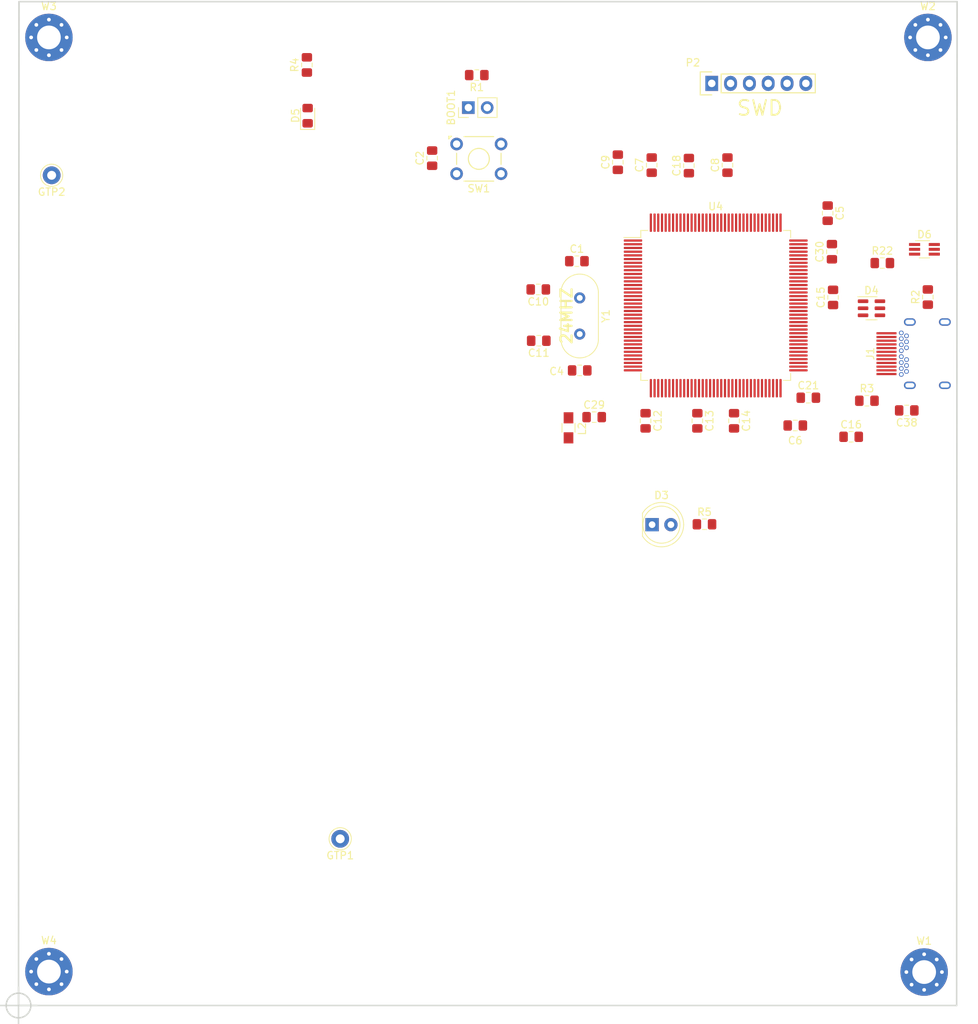
<source format=kicad_pcb>
(kicad_pcb (version 20171130) (host pcbnew "(5.1.12)-1")

  (general
    (thickness 1.6)
    (drawings 7)
    (tracks 0)
    (zones 0)
    (modules 43)
    (nets 23)
  )

  (page A3)
  (layers
    (0 F.Cu signal)
    (1 GND.Cu power hide)
    (2 VCC.Cu power hide)
    (31 B.Cu signal)
    (32 B.Adhes user)
    (33 F.Adhes user)
    (34 B.Paste user)
    (35 F.Paste user)
    (36 B.SilkS user)
    (37 F.SilkS user)
    (38 B.Mask user)
    (39 F.Mask user hide)
    (40 Dwgs.User user)
    (41 Cmts.User user)
    (42 Eco1.User user)
    (43 Eco2.User user)
    (44 Edge.Cuts user)
    (45 Margin user)
    (46 B.CrtYd user hide)
    (47 F.CrtYd user)
    (48 B.Fab user hide)
    (49 F.Fab user hide)
  )

  (setup
    (last_trace_width 0.153)
    (trace_clearance 0.153)
    (zone_clearance 0.2)
    (zone_45_only no)
    (trace_min 0.153)
    (via_size 0.51)
    (via_drill 0.204)
    (via_min_size 0.51)
    (via_min_drill 0.204)
    (uvia_size 0.3)
    (uvia_drill 0.1)
    (uvias_allowed no)
    (uvia_min_size 0.2)
    (uvia_min_drill 0.1)
    (edge_width 0.2)
    (segment_width 0.2)
    (pcb_text_width 0.3)
    (pcb_text_size 1.5 1.5)
    (mod_edge_width 0.15)
    (mod_text_size 1 1)
    (mod_text_width 0.15)
    (pad_size 1.524 1.524)
    (pad_drill 0.762)
    (pad_to_mask_clearance 0)
    (aux_axis_origin 90.8304 168.656)
    (visible_elements 7FFFFFFF)
    (pcbplotparams
      (layerselection 0x010fc_ffffffff)
      (usegerberextensions true)
      (usegerberattributes false)
      (usegerberadvancedattributes false)
      (creategerberjobfile false)
      (excludeedgelayer true)
      (linewidth 0.100000)
      (plotframeref false)
      (viasonmask false)
      (mode 1)
      (useauxorigin false)
      (hpglpennumber 1)
      (hpglpenspeed 20)
      (hpglpendiameter 15.000000)
      (psnegative false)
      (psa4output false)
      (plotreference true)
      (plotvalue true)
      (plotinvisibletext false)
      (padsonsilk false)
      (subtractmaskfromsilk false)
      (outputformat 1)
      (mirror false)
      (drillshape 0)
      (scaleselection 1)
      (outputdirectory "gerbers/"))
  )

  (net 0 "")
  (net 1 "Net-(C1-Pad1)")
  (net 2 GND)
  (net 3 "Net-(C4-Pad1)")
  (net 4 "Net-(C5-Pad1)")
  (net 5 "Net-(C6-Pad1)")
  (net 6 "Net-(D3-Pad2)")
  (net 7 /SWDIO)
  (net 8 /SWCLK)
  (net 9 VB_5V_PRI)
  (net 10 +3V3)
  (net 11 /ADC2)
  (net 12 /ADC1)
  (net 13 "Net-(R5-Pad2)")
  (net 14 "Net-(D5-Pad2)")
  (net 15 D_P)
  (net 16 D_N)
  (net 17 "Net-(C2-Pad2)")
  (net 18 /VREF)
  (net 19 "Net-(C21-Pad1)")
  (net 20 "Net-(R22-Pad1)")
  (net 21 "Net-(BOOT1-Pad2)")
  (net 22 /SWO)

  (net_class Default "This is the default net class."
    (clearance 0.153)
    (trace_width 0.153)
    (via_dia 0.51)
    (via_drill 0.204)
    (uvia_dia 0.3)
    (uvia_drill 0.1)
    (diff_pair_width 0.153)
    (diff_pair_gap 0.153)
    (add_net +3V3)
    (add_net /ADC1)
    (add_net /ADC2)
    (add_net /EXT_T_START)
    (add_net /EXT_T_STOP)
    (add_net /HV_ON)
    (add_net /MCU_CLK_OUT)
    (add_net /MCU_START_OUT)
    (add_net /SOFT_RESET)
    (add_net /SPI1_MISO)
    (add_net /SPI1_MOSI)
    (add_net /SPI1_SCK)
    (add_net /SPI2_MISO)
    (add_net /SPI2_MOSI)
    (add_net /SPI2_SCK)
    (add_net /SPI4_MISO)
    (add_net /SPI4_MOSI)
    (add_net /SPI4_SCK)
    (add_net /SPI5_MISO)
    (add_net /SPI5_MOSI)
    (add_net /SPI5_SCK)
    (add_net /SPI_NSS_0)
    (add_net /SPI_NSS_1)
    (add_net /SPI_NSS_10)
    (add_net /SPI_NSS_11)
    (add_net /SPI_NSS_12)
    (add_net /SPI_NSS_13)
    (add_net /SPI_NSS_14)
    (add_net /SPI_NSS_15)
    (add_net /SPI_NSS_2)
    (add_net /SPI_NSS_3)
    (add_net /SPI_NSS_4)
    (add_net /SPI_NSS_5)
    (add_net /SPI_NSS_6)
    (add_net /SPI_NSS_7)
    (add_net /SPI_NSS_8)
    (add_net /SPI_NSS_9)
    (add_net /SWCLK)
    (add_net /SWDIO)
    (add_net /SWO)
    (add_net /VREF)
    (add_net D_N)
    (add_net D_P)
    (add_net GND)
    (add_net "Net-(BOOT1-Pad2)")
    (add_net "Net-(C1-Pad1)")
    (add_net "Net-(C2-Pad2)")
    (add_net "Net-(C21-Pad1)")
    (add_net "Net-(C4-Pad1)")
    (add_net "Net-(C5-Pad1)")
    (add_net "Net-(C6-Pad1)")
    (add_net "Net-(D3-Pad2)")
    (add_net "Net-(D4-Pad4)")
    (add_net "Net-(D4-Pad6)")
    (add_net "Net-(D5-Pad2)")
    (add_net "Net-(D6-Pad4)")
    (add_net "Net-(D6-Pad5)")
    (add_net "Net-(D6-Pad6)")
    (add_net "Net-(J1-PadA10)")
    (add_net "Net-(J1-PadA11)")
    (add_net "Net-(J1-PadA2)")
    (add_net "Net-(J1-PadA3)")
    (add_net "Net-(J1-PadA8)")
    (add_net "Net-(J1-PadB10)")
    (add_net "Net-(J1-PadB11)")
    (add_net "Net-(J1-PadB2)")
    (add_net "Net-(J1-PadB3)")
    (add_net "Net-(J1-PadB8)")
    (add_net "Net-(R22-Pad1)")
    (add_net "Net-(R5-Pad2)")
    (add_net "Net-(SW1-Pad1)")
    (add_net "Net-(SW1-Pad4)")
    (add_net "Net-(U4-Pad1)")
    (add_net "Net-(U4-Pad10)")
    (add_net "Net-(U4-Pad101)")
    (add_net "Net-(U4-Pad102)")
    (add_net "Net-(U4-Pad103)")
    (add_net "Net-(U4-Pad104)")
    (add_net "Net-(U4-Pad110)")
    (add_net "Net-(U4-Pad111)")
    (add_net "Net-(U4-Pad112)")
    (add_net "Net-(U4-Pad113)")
    (add_net "Net-(U4-Pad114)")
    (add_net "Net-(U4-Pad115)")
    (add_net "Net-(U4-Pad116)")
    (add_net "Net-(U4-Pad118)")
    (add_net "Net-(U4-Pad119)")
    (add_net "Net-(U4-Pad122)")
    (add_net "Net-(U4-Pad123)")
    (add_net "Net-(U4-Pad124)")
    (add_net "Net-(U4-Pad125)")
    (add_net "Net-(U4-Pad126)")
    (add_net "Net-(U4-Pad127)")
    (add_net "Net-(U4-Pad128)")
    (add_net "Net-(U4-Pad129)")
    (add_net "Net-(U4-Pad132)")
    (add_net "Net-(U4-Pad134)")
    (add_net "Net-(U4-Pad135)")
    (add_net "Net-(U4-Pad136)")
    (add_net "Net-(U4-Pad137)")
    (add_net "Net-(U4-Pad139)")
    (add_net "Net-(U4-Pad140)")
    (add_net "Net-(U4-Pad2)")
    (add_net "Net-(U4-Pad22)")
    (add_net "Net-(U4-Pad3)")
    (add_net "Net-(U4-Pad4)")
    (add_net "Net-(U4-Pad44)")
    (add_net "Net-(U4-Pad45)")
    (add_net "Net-(U4-Pad5)")
    (add_net "Net-(U4-Pad50)")
    (add_net "Net-(U4-Pad53)")
    (add_net "Net-(U4-Pad55)")
    (add_net "Net-(U4-Pad56)")
    (add_net "Net-(U4-Pad57)")
    (add_net "Net-(U4-Pad58)")
    (add_net "Net-(U4-Pad59)")
    (add_net "Net-(U4-Pad60)")
    (add_net "Net-(U4-Pad7)")
    (add_net "Net-(U4-Pad70)")
    (add_net "Net-(U4-Pad73)")
    (add_net "Net-(U4-Pad74)")
    (add_net "Net-(U4-Pad79)")
    (add_net "Net-(U4-Pad8)")
    (add_net "Net-(U4-Pad80)")
    (add_net "Net-(U4-Pad81)")
    (add_net "Net-(U4-Pad82)")
    (add_net "Net-(U4-Pad83)")
    (add_net "Net-(U4-Pad84)")
    (add_net "Net-(U4-Pad87)")
    (add_net "Net-(U4-Pad88)")
    (add_net "Net-(U4-Pad89)")
    (add_net "Net-(U4-Pad9)")
    (add_net "Net-(U4-Pad90)")
    (add_net "Net-(U4-Pad91)")
    (add_net "Net-(U4-Pad92)")
    (add_net "Net-(U4-Pad93)")
    (add_net "Net-(U4-Pad96)")
    (add_net "Net-(U4-Pad97)")
    (add_net "Net-(U4-Pad98)")
    (add_net "Net-(U4-Pad99)")
  )

  (net_class BusPower ""
    (clearance 0.2)
    (trace_width 0.8)
    (via_dia 0.6)
    (via_drill 0.4)
    (uvia_dia 0.3)
    (uvia_drill 0.1)
    (add_net VB_5V_PRI)
  )

  (net_class MedPower ""
    (clearance 0.2)
    (trace_width 0.4)
    (via_dia 0.6)
    (via_drill 0.4)
    (uvia_dia 0.3)
    (uvia_drill 0.1)
  )

  (module Connector_Pin:Pin_D1.0mm_L10.0mm_LooseFit (layer F.Cu) (tedit 5A1DC085) (tstamp 61779EA4)
    (at 95.3008 56.6928)
    (descr "solder Pin_ diameter 1.0mm, hole diameter 1.2mm (loose fit), length 10.0mm")
    (tags "solder Pin_ loose fit")
    (path /61861496)
    (fp_text reference GTP2 (at 0 2.25) (layer F.SilkS)
      (effects (font (size 1 1) (thickness 0.15)))
    )
    (fp_text value GND_TP (at 0 -2.05) (layer F.Fab)
      (effects (font (size 1 1) (thickness 0.15)))
    )
    (fp_circle (center 0 0) (end 1.5 0.05) (layer F.SilkS) (width 0.12))
    (fp_circle (center 0 0) (end 1.2 0) (layer F.Fab) (width 0.12))
    (fp_circle (center 0 0) (end 0.5 0) (layer F.Fab) (width 0.12))
    (fp_circle (center 0 0) (end 1.7 0) (layer F.CrtYd) (width 0.05))
    (fp_text user %R (at 0 2.25) (layer F.Fab)
      (effects (font (size 1 1) (thickness 0.15)))
    )
    (pad 1 thru_hole circle (at 0 0) (size 2.4 2.4) (drill 1.2) (layers *.Cu *.Mask)
      (net 2 GND))
    (model ${KISYS3DMOD}/Connector_Pin.3dshapes/Pin_D1.0mm_L10.0mm_LooseFit.wrl
      (at (xyz 0 0 0))
      (scale (xyz 1 1 1))
      (rotate (xyz 0 0 0))
    )
  )

  (module Connector_Pin:Pin_D1.0mm_L10.0mm_LooseFit (layer F.Cu) (tedit 5A1DC085) (tstamp 61779E9A)
    (at 134.239 146.177)
    (descr "solder Pin_ diameter 1.0mm, hole diameter 1.2mm (loose fit), length 10.0mm")
    (tags "solder Pin_ loose fit")
    (path /6185CD63)
    (fp_text reference GTP1 (at 0 2.25) (layer F.SilkS)
      (effects (font (size 1 1) (thickness 0.15)))
    )
    (fp_text value GND_TP (at 0 -2.05) (layer F.Fab)
      (effects (font (size 1 1) (thickness 0.15)))
    )
    (fp_circle (center 0 0) (end 1.5 0.05) (layer F.SilkS) (width 0.12))
    (fp_circle (center 0 0) (end 1.2 0) (layer F.Fab) (width 0.12))
    (fp_circle (center 0 0) (end 0.5 0) (layer F.Fab) (width 0.12))
    (fp_circle (center 0 0) (end 1.7 0) (layer F.CrtYd) (width 0.05))
    (fp_text user %R (at 0 2.25) (layer F.Fab)
      (effects (font (size 1 1) (thickness 0.15)))
    )
    (pad 1 thru_hole circle (at 0 0) (size 2.4 2.4) (drill 1.2) (layers *.Cu *.Mask)
      (net 2 GND))
    (model ${KISYS3DMOD}/Connector_Pin.3dshapes/Pin_D1.0mm_L10.0mm_LooseFit.wrl
      (at (xyz 0 0 0))
      (scale (xyz 1 1 1))
      (rotate (xyz 0 0 0))
    )
  )

  (module Package_QFP:LQFP-144_20x20mm_P0.5mm_handsolder (layer F.Cu) (tedit 6177097D) (tstamp 61777B7C)
    (at 184.912 74.2442)
    (descr "LQFP, 144 Pin (http://ww1.microchip.com/downloads/en/PackagingSpec/00000049BQ.pdf#page=425), generated with kicad-footprint-generator ipc_gullwing_generator.py")
    (tags "LQFP QFP")
    (path /5D02A06A)
    (attr smd)
    (fp_text reference U4 (at 0 -13.35) (layer F.SilkS)
      (effects (font (size 1 1) (thickness 0.15)))
    )
    (fp_text value STM32F723ZETx (at 0 13.35) (layer F.Fab)
      (effects (font (size 1 1) (thickness 0.15)))
    )
    (fp_line (start 9.16 10.11) (end 10.11 10.11) (layer F.SilkS) (width 0.12))
    (fp_line (start 10.11 10.11) (end 10.11 9.16) (layer F.SilkS) (width 0.12))
    (fp_line (start -9.16 10.11) (end -10.11 10.11) (layer F.SilkS) (width 0.12))
    (fp_line (start -10.11 10.11) (end -10.11 9.16) (layer F.SilkS) (width 0.12))
    (fp_line (start 9.16 -10.11) (end 10.11 -10.11) (layer F.SilkS) (width 0.12))
    (fp_line (start 10.11 -10.11) (end 10.11 -9.16) (layer F.SilkS) (width 0.12))
    (fp_line (start -9.16 -10.11) (end -10.11 -10.11) (layer F.SilkS) (width 0.12))
    (fp_line (start -10.11 -10.11) (end -10.11 -9.16) (layer F.SilkS) (width 0.12))
    (fp_line (start -10.11 -9.16) (end -12.4 -9.16) (layer F.SilkS) (width 0.12))
    (fp_line (start -9 -10) (end 10 -10) (layer F.Fab) (width 0.1))
    (fp_line (start 10 -10) (end 10 10) (layer F.Fab) (width 0.1))
    (fp_line (start 10 10) (end -10 10) (layer F.Fab) (width 0.1))
    (fp_line (start -10 10) (end -10 -9) (layer F.Fab) (width 0.1))
    (fp_line (start -10 -9) (end -9 -10) (layer F.Fab) (width 0.1))
    (fp_line (start 0 -12.65) (end -9.15 -12.65) (layer F.CrtYd) (width 0.05))
    (fp_line (start -9.15 -12.65) (end -9.15 -10.25) (layer F.CrtYd) (width 0.05))
    (fp_line (start -9.15 -10.25) (end -10.25 -10.25) (layer F.CrtYd) (width 0.05))
    (fp_line (start -10.25 -10.25) (end -10.25 -9.15) (layer F.CrtYd) (width 0.05))
    (fp_line (start -10.25 -9.15) (end -12.65 -9.15) (layer F.CrtYd) (width 0.05))
    (fp_line (start -12.65 -9.15) (end -12.65 0) (layer F.CrtYd) (width 0.05))
    (fp_line (start 0 -12.65) (end 9.15 -12.65) (layer F.CrtYd) (width 0.05))
    (fp_line (start 9.15 -12.65) (end 9.15 -10.25) (layer F.CrtYd) (width 0.05))
    (fp_line (start 9.15 -10.25) (end 10.25 -10.25) (layer F.CrtYd) (width 0.05))
    (fp_line (start 10.25 -10.25) (end 10.25 -9.15) (layer F.CrtYd) (width 0.05))
    (fp_line (start 10.25 -9.15) (end 12.65 -9.15) (layer F.CrtYd) (width 0.05))
    (fp_line (start 12.65 -9.15) (end 12.65 0) (layer F.CrtYd) (width 0.05))
    (fp_line (start 0 12.65) (end -9.15 12.65) (layer F.CrtYd) (width 0.05))
    (fp_line (start -9.15 12.65) (end -9.15 10.25) (layer F.CrtYd) (width 0.05))
    (fp_line (start -9.15 10.25) (end -10.25 10.25) (layer F.CrtYd) (width 0.05))
    (fp_line (start -10.25 10.25) (end -10.25 9.15) (layer F.CrtYd) (width 0.05))
    (fp_line (start -10.25 9.15) (end -12.65 9.15) (layer F.CrtYd) (width 0.05))
    (fp_line (start -12.65 9.15) (end -12.65 0) (layer F.CrtYd) (width 0.05))
    (fp_line (start 0 12.65) (end 9.15 12.65) (layer F.CrtYd) (width 0.05))
    (fp_line (start 9.15 12.65) (end 9.15 10.25) (layer F.CrtYd) (width 0.05))
    (fp_line (start 9.15 10.25) (end 10.25 10.25) (layer F.CrtYd) (width 0.05))
    (fp_line (start 10.25 10.25) (end 10.25 9.15) (layer F.CrtYd) (width 0.05))
    (fp_line (start 10.25 9.15) (end 12.65 9.15) (layer F.CrtYd) (width 0.05))
    (fp_line (start 12.65 9.15) (end 12.65 0) (layer F.CrtYd) (width 0.05))
    (fp_text user ${REFERENCE} (at 0 0) (layer F.Fab)
      (effects (font (size 1 1) (thickness 0.15)))
    )
    (pad 144 smd roundrect (at -8.75 -11.1625) (size 0.3 2.475) (layers F.Cu F.Paste F.Mask) (roundrect_rratio 0.25)
      (net 10 +3V3))
    (pad 143 smd roundrect (at -8.25 -11.1625) (size 0.3 2.475) (layers F.Cu F.Paste F.Mask) (roundrect_rratio 0.25)
      (net 10 +3V3))
    (pad 142 smd roundrect (at -7.75 -11.1625) (size 0.3 2.475) (layers F.Cu F.Paste F.Mask) (roundrect_rratio 0.25))
    (pad 141 smd roundrect (at -7.25 -11.1625) (size 0.3 2.475) (layers F.Cu F.Paste F.Mask) (roundrect_rratio 0.25))
    (pad 140 smd roundrect (at -6.75 -11.1625) (size 0.3 2.475) (layers F.Cu F.Paste F.Mask) (roundrect_rratio 0.25))
    (pad 139 smd roundrect (at -6.25 -11.1625) (size 0.3 2.475) (layers F.Cu F.Paste F.Mask) (roundrect_rratio 0.25))
    (pad 138 smd roundrect (at -5.75 -11.1625) (size 0.3 2.475) (layers F.Cu F.Paste F.Mask) (roundrect_rratio 0.25)
      (net 21 "Net-(BOOT1-Pad2)"))
    (pad 137 smd roundrect (at -5.25 -11.1625) (size 0.3 2.475) (layers F.Cu F.Paste F.Mask) (roundrect_rratio 0.25))
    (pad 136 smd roundrect (at -4.75 -11.1625) (size 0.3 2.475) (layers F.Cu F.Paste F.Mask) (roundrect_rratio 0.25))
    (pad 135 smd roundrect (at -4.25 -11.1625) (size 0.3 2.475) (layers F.Cu F.Paste F.Mask) (roundrect_rratio 0.25))
    (pad 134 smd roundrect (at -3.75 -11.1625) (size 0.3 2.475) (layers F.Cu F.Paste F.Mask) (roundrect_rratio 0.25))
    (pad 133 smd roundrect (at -3.25 -11.1625) (size 0.3 2.475) (layers F.Cu F.Paste F.Mask) (roundrect_rratio 0.25)
      (net 22 /SWO))
    (pad 132 smd roundrect (at -2.75 -11.1625) (size 0.3 2.475) (layers F.Cu F.Paste F.Mask) (roundrect_rratio 0.25))
    (pad 131 smd roundrect (at -2.25 -11.1625) (size 0.3 2.475) (layers F.Cu F.Paste F.Mask) (roundrect_rratio 0.25)
      (net 10 +3V3))
    (pad 130 smd roundrect (at -1.75 -11.1625) (size 0.3 2.475) (layers F.Cu F.Paste F.Mask) (roundrect_rratio 0.25)
      (net 2 GND))
    (pad 129 smd roundrect (at -1.25 -11.1625) (size 0.3 2.475) (layers F.Cu F.Paste F.Mask) (roundrect_rratio 0.25))
    (pad 128 smd roundrect (at -0.75 -11.1625) (size 0.3 2.475) (layers F.Cu F.Paste F.Mask) (roundrect_rratio 0.25))
    (pad 127 smd roundrect (at -0.25 -11.1625) (size 0.3 2.475) (layers F.Cu F.Paste F.Mask) (roundrect_rratio 0.25))
    (pad 126 smd roundrect (at 0.25 -11.1625) (size 0.3 2.475) (layers F.Cu F.Paste F.Mask) (roundrect_rratio 0.25))
    (pad 125 smd roundrect (at 0.75 -11.1625) (size 0.3 2.475) (layers F.Cu F.Paste F.Mask) (roundrect_rratio 0.25))
    (pad 124 smd roundrect (at 1.25 -11.1625) (size 0.3 2.475) (layers F.Cu F.Paste F.Mask) (roundrect_rratio 0.25))
    (pad 123 smd roundrect (at 1.75 -11.1625) (size 0.3 2.475) (layers F.Cu F.Paste F.Mask) (roundrect_rratio 0.25))
    (pad 122 smd roundrect (at 2.25 -11.1625) (size 0.3 2.475) (layers F.Cu F.Paste F.Mask) (roundrect_rratio 0.25))
    (pad 121 smd roundrect (at 2.75 -11.1625) (size 0.3 2.475) (layers F.Cu F.Paste F.Mask) (roundrect_rratio 0.25)
      (net 10 +3V3))
    (pad 120 smd roundrect (at 3.25 -11.1625) (size 0.3 2.475) (layers F.Cu F.Paste F.Mask) (roundrect_rratio 0.25)
      (net 2 GND))
    (pad 119 smd roundrect (at 3.75 -11.1625) (size 0.3 2.475) (layers F.Cu F.Paste F.Mask) (roundrect_rratio 0.25))
    (pad 118 smd roundrect (at 4.25 -11.1625) (size 0.3 2.475) (layers F.Cu F.Paste F.Mask) (roundrect_rratio 0.25))
    (pad 117 smd roundrect (at 4.75 -11.1625) (size 0.3 2.475) (layers F.Cu F.Paste F.Mask) (roundrect_rratio 0.25))
    (pad 116 smd roundrect (at 5.25 -11.1625) (size 0.3 2.475) (layers F.Cu F.Paste F.Mask) (roundrect_rratio 0.25))
    (pad 115 smd roundrect (at 5.75 -11.1625) (size 0.3 2.475) (layers F.Cu F.Paste F.Mask) (roundrect_rratio 0.25))
    (pad 114 smd roundrect (at 6.25 -11.1625) (size 0.3 2.475) (layers F.Cu F.Paste F.Mask) (roundrect_rratio 0.25))
    (pad 113 smd roundrect (at 6.75 -11.1625) (size 0.3 2.475) (layers F.Cu F.Paste F.Mask) (roundrect_rratio 0.25))
    (pad 112 smd roundrect (at 7.25 -11.1625) (size 0.3 2.475) (layers F.Cu F.Paste F.Mask) (roundrect_rratio 0.25))
    (pad 111 smd roundrect (at 7.75 -11.1625) (size 0.3 2.475) (layers F.Cu F.Paste F.Mask) (roundrect_rratio 0.25))
    (pad 110 smd roundrect (at 8.25 -11.1625) (size 0.3 2.475) (layers F.Cu F.Paste F.Mask) (roundrect_rratio 0.25))
    (pad 109 smd roundrect (at 8.75 -11.1625) (size 0.3 2.475) (layers F.Cu F.Paste F.Mask) (roundrect_rratio 0.25)
      (net 8 /SWCLK))
    (pad 108 smd roundrect (at 11.1625 -8.75) (size 2.475 0.3) (layers F.Cu F.Paste F.Mask) (roundrect_rratio 0.25)
      (net 10 +3V3))
    (pad 107 smd roundrect (at 11.1625 -8.25) (size 2.475 0.3) (layers F.Cu F.Paste F.Mask) (roundrect_rratio 0.25)
      (net 2 GND))
    (pad 106 smd roundrect (at 11.1625 -7.75) (size 2.475 0.3) (layers F.Cu F.Paste F.Mask) (roundrect_rratio 0.25)
      (net 4 "Net-(C5-Pad1)"))
    (pad 105 smd roundrect (at 11.1625 -7.25) (size 2.475 0.3) (layers F.Cu F.Paste F.Mask) (roundrect_rratio 0.25)
      (net 7 /SWDIO))
    (pad 104 smd roundrect (at 11.1625 -6.75) (size 2.475 0.3) (layers F.Cu F.Paste F.Mask) (roundrect_rratio 0.25))
    (pad 103 smd roundrect (at 11.1625 -6.25) (size 2.475 0.3) (layers F.Cu F.Paste F.Mask) (roundrect_rratio 0.25))
    (pad 102 smd roundrect (at 11.1625 -5.75) (size 2.475 0.3) (layers F.Cu F.Paste F.Mask) (roundrect_rratio 0.25))
    (pad 101 smd roundrect (at 11.1625 -5.25) (size 2.475 0.3) (layers F.Cu F.Paste F.Mask) (roundrect_rratio 0.25))
    (pad 100 smd roundrect (at 11.1625 -4.75) (size 2.475 0.3) (layers F.Cu F.Paste F.Mask) (roundrect_rratio 0.25))
    (pad 99 smd roundrect (at 11.1625 -4.25) (size 2.475 0.3) (layers F.Cu F.Paste F.Mask) (roundrect_rratio 0.25))
    (pad 98 smd roundrect (at 11.1625 -3.75) (size 2.475 0.3) (layers F.Cu F.Paste F.Mask) (roundrect_rratio 0.25))
    (pad 97 smd roundrect (at 11.1625 -3.25) (size 2.475 0.3) (layers F.Cu F.Paste F.Mask) (roundrect_rratio 0.25))
    (pad 96 smd roundrect (at 11.1625 -2.75) (size 2.475 0.3) (layers F.Cu F.Paste F.Mask) (roundrect_rratio 0.25))
    (pad 95 smd roundrect (at 11.1625 -2.25) (size 2.475 0.3) (layers F.Cu F.Paste F.Mask) (roundrect_rratio 0.25)
      (net 10 +3V3))
    (pad 94 smd roundrect (at 11.1625 -1.75) (size 2.475 0.3) (layers F.Cu F.Paste F.Mask) (roundrect_rratio 0.25)
      (net 2 GND))
    (pad 93 smd roundrect (at 11.1625 -1.25) (size 2.475 0.3) (layers F.Cu F.Paste F.Mask) (roundrect_rratio 0.25))
    (pad 92 smd roundrect (at 11.1625 -0.75) (size 2.475 0.3) (layers F.Cu F.Paste F.Mask) (roundrect_rratio 0.25))
    (pad 91 smd roundrect (at 11.1625 -0.25) (size 2.475 0.3) (layers F.Cu F.Paste F.Mask) (roundrect_rratio 0.25))
    (pad 90 smd roundrect (at 11.1625 0.25) (size 2.475 0.3) (layers F.Cu F.Paste F.Mask) (roundrect_rratio 0.25))
    (pad 89 smd roundrect (at 11.1625 0.75) (size 2.475 0.3) (layers F.Cu F.Paste F.Mask) (roundrect_rratio 0.25))
    (pad 88 smd roundrect (at 11.1625 1.25) (size 2.475 0.3) (layers F.Cu F.Paste F.Mask) (roundrect_rratio 0.25))
    (pad 87 smd roundrect (at 11.1625 1.75) (size 2.475 0.3) (layers F.Cu F.Paste F.Mask) (roundrect_rratio 0.25))
    (pad 86 smd roundrect (at 11.1625 2.25) (size 2.475 0.3) (layers F.Cu F.Paste F.Mask) (roundrect_rratio 0.25)
      (net 10 +3V3))
    (pad 85 smd roundrect (at 11.1625 2.75) (size 2.475 0.3) (layers F.Cu F.Paste F.Mask) (roundrect_rratio 0.25)
      (net 2 GND))
    (pad 84 smd roundrect (at 11.1625 3.25) (size 2.475 0.3) (layers F.Cu F.Paste F.Mask) (roundrect_rratio 0.25))
    (pad 83 smd roundrect (at 11.1625 3.75) (size 2.475 0.3) (layers F.Cu F.Paste F.Mask) (roundrect_rratio 0.25))
    (pad 82 smd roundrect (at 11.1625 4.25) (size 2.475 0.3) (layers F.Cu F.Paste F.Mask) (roundrect_rratio 0.25))
    (pad 81 smd roundrect (at 11.1625 4.75) (size 2.475 0.3) (layers F.Cu F.Paste F.Mask) (roundrect_rratio 0.25))
    (pad 80 smd roundrect (at 11.1625 5.25) (size 2.475 0.3) (layers F.Cu F.Paste F.Mask) (roundrect_rratio 0.25))
    (pad 79 smd roundrect (at 11.1625 5.75) (size 2.475 0.3) (layers F.Cu F.Paste F.Mask) (roundrect_rratio 0.25))
    (pad 78 smd roundrect (at 11.1625 6.25) (size 2.475 0.3) (layers F.Cu F.Paste F.Mask) (roundrect_rratio 0.25)
      (net 15 D_P))
    (pad 77 smd roundrect (at 11.1625 6.75) (size 2.475 0.3) (layers F.Cu F.Paste F.Mask) (roundrect_rratio 0.25)
      (net 16 D_N))
    (pad 76 smd roundrect (at 11.1625 7.25) (size 2.475 0.3) (layers F.Cu F.Paste F.Mask) (roundrect_rratio 0.25)
      (net 19 "Net-(C21-Pad1)"))
    (pad 75 smd roundrect (at 11.1625 7.75) (size 2.475 0.3) (layers F.Cu F.Paste F.Mask) (roundrect_rratio 0.25)
      (net 20 "Net-(R22-Pad1)"))
    (pad 74 smd roundrect (at 11.1625 8.25) (size 2.475 0.3) (layers F.Cu F.Paste F.Mask) (roundrect_rratio 0.25))
    (pad 73 smd roundrect (at 11.1625 8.75) (size 2.475 0.3) (layers F.Cu F.Paste F.Mask) (roundrect_rratio 0.25))
    (pad 72 smd roundrect (at 8.75 11.1625) (size 0.3 2.475) (layers F.Cu F.Paste F.Mask) (roundrect_rratio 0.25)
      (net 10 +3V3))
    (pad 71 smd roundrect (at 8.25 11.1625) (size 0.3 2.475) (layers F.Cu F.Paste F.Mask) (roundrect_rratio 0.25)
      (net 5 "Net-(C6-Pad1)"))
    (pad 70 smd roundrect (at 7.75 11.1625) (size 0.3 2.475) (layers F.Cu F.Paste F.Mask) (roundrect_rratio 0.25))
    (pad 69 smd roundrect (at 7.25 11.1625) (size 0.3 2.475) (layers F.Cu F.Paste F.Mask) (roundrect_rratio 0.25))
    (pad 68 smd roundrect (at 6.75 11.1625) (size 0.3 2.475) (layers F.Cu F.Paste F.Mask) (roundrect_rratio 0.25))
    (pad 67 smd roundrect (at 6.25 11.1625) (size 0.3 2.475) (layers F.Cu F.Paste F.Mask) (roundrect_rratio 0.25))
    (pad 66 smd roundrect (at 5.75 11.1625) (size 0.3 2.475) (layers F.Cu F.Paste F.Mask) (roundrect_rratio 0.25))
    (pad 65 smd roundrect (at 5.25 11.1625) (size 0.3 2.475) (layers F.Cu F.Paste F.Mask) (roundrect_rratio 0.25))
    (pad 64 smd roundrect (at 4.75 11.1625) (size 0.3 2.475) (layers F.Cu F.Paste F.Mask) (roundrect_rratio 0.25))
    (pad 63 smd roundrect (at 4.25 11.1625) (size 0.3 2.475) (layers F.Cu F.Paste F.Mask) (roundrect_rratio 0.25))
    (pad 62 smd roundrect (at 3.75 11.1625) (size 0.3 2.475) (layers F.Cu F.Paste F.Mask) (roundrect_rratio 0.25)
      (net 10 +3V3))
    (pad 61 smd roundrect (at 3.25 11.1625) (size 0.3 2.475) (layers F.Cu F.Paste F.Mask) (roundrect_rratio 0.25)
      (net 2 GND))
    (pad 60 smd roundrect (at 2.75 11.1625) (size 0.3 2.475) (layers F.Cu F.Paste F.Mask) (roundrect_rratio 0.25))
    (pad 59 smd roundrect (at 2.25 11.1625) (size 0.3 2.475) (layers F.Cu F.Paste F.Mask) (roundrect_rratio 0.25))
    (pad 58 smd roundrect (at 1.75 11.1625) (size 0.3 2.475) (layers F.Cu F.Paste F.Mask) (roundrect_rratio 0.25))
    (pad 57 smd roundrect (at 1.25 11.1625) (size 0.3 2.475) (layers F.Cu F.Paste F.Mask) (roundrect_rratio 0.25))
    (pad 56 smd roundrect (at 0.75 11.1625) (size 0.3 2.475) (layers F.Cu F.Paste F.Mask) (roundrect_rratio 0.25))
    (pad 55 smd roundrect (at 0.25 11.1625) (size 0.3 2.475) (layers F.Cu F.Paste F.Mask) (roundrect_rratio 0.25))
    (pad 54 smd roundrect (at -0.25 11.1625) (size 0.3 2.475) (layers F.Cu F.Paste F.Mask) (roundrect_rratio 0.25)
      (net 13 "Net-(R5-Pad2)"))
    (pad 53 smd roundrect (at -0.75 11.1625) (size 0.3 2.475) (layers F.Cu F.Paste F.Mask) (roundrect_rratio 0.25))
    (pad 52 smd roundrect (at -1.25 11.1625) (size 0.3 2.475) (layers F.Cu F.Paste F.Mask) (roundrect_rratio 0.25)
      (net 10 +3V3))
    (pad 51 smd roundrect (at -1.75 11.1625) (size 0.3 2.475) (layers F.Cu F.Paste F.Mask) (roundrect_rratio 0.25)
      (net 2 GND))
    (pad 50 smd roundrect (at -2.25 11.1625) (size 0.3 2.475) (layers F.Cu F.Paste F.Mask) (roundrect_rratio 0.25))
    (pad 49 smd roundrect (at -2.75 11.1625) (size 0.3 2.475) (layers F.Cu F.Paste F.Mask) (roundrect_rratio 0.25))
    (pad 48 smd roundrect (at -3.25 11.1625) (size 0.3 2.475) (layers F.Cu F.Paste F.Mask) (roundrect_rratio 0.25))
    (pad 47 smd roundrect (at -3.75 11.1625) (size 0.3 2.475) (layers F.Cu F.Paste F.Mask) (roundrect_rratio 0.25)
      (net 11 /ADC2))
    (pad 46 smd roundrect (at -4.25 11.1625) (size 0.3 2.475) (layers F.Cu F.Paste F.Mask) (roundrect_rratio 0.25)
      (net 12 /ADC1))
    (pad 45 smd roundrect (at -4.75 11.1625) (size 0.3 2.475) (layers F.Cu F.Paste F.Mask) (roundrect_rratio 0.25))
    (pad 44 smd roundrect (at -5.25 11.1625) (size 0.3 2.475) (layers F.Cu F.Paste F.Mask) (roundrect_rratio 0.25))
    (pad 43 smd roundrect (at -5.75 11.1625) (size 0.3 2.475) (layers F.Cu F.Paste F.Mask) (roundrect_rratio 0.25))
    (pad 42 smd roundrect (at -6.25 11.1625) (size 0.3 2.475) (layers F.Cu F.Paste F.Mask) (roundrect_rratio 0.25))
    (pad 41 smd roundrect (at -6.75 11.1625) (size 0.3 2.475) (layers F.Cu F.Paste F.Mask) (roundrect_rratio 0.25))
    (pad 40 smd roundrect (at -7.25 11.1625) (size 0.3 2.475) (layers F.Cu F.Paste F.Mask) (roundrect_rratio 0.25))
    (pad 39 smd roundrect (at -7.75 11.1625) (size 0.3 2.475) (layers F.Cu F.Paste F.Mask) (roundrect_rratio 0.25)
      (net 10 +3V3))
    (pad 38 smd roundrect (at -8.25 11.1625) (size 0.3 2.475) (layers F.Cu F.Paste F.Mask) (roundrect_rratio 0.25)
      (net 2 GND))
    (pad 37 smd roundrect (at -8.75 11.1625) (size 0.3 2.475) (layers F.Cu F.Paste F.Mask) (roundrect_rratio 0.25))
    (pad 36 smd roundrect (at -11.1625 8.75) (size 2.475 0.3) (layers F.Cu F.Paste F.Mask) (roundrect_rratio 0.25))
    (pad 35 smd roundrect (at -11.1625 8.25) (size 2.475 0.3) (layers F.Cu F.Paste F.Mask) (roundrect_rratio 0.25))
    (pad 34 smd roundrect (at -11.1625 7.75) (size 2.475 0.3) (layers F.Cu F.Paste F.Mask) (roundrect_rratio 0.25))
    (pad 33 smd roundrect (at -11.1625 7.25) (size 2.475 0.3) (layers F.Cu F.Paste F.Mask) (roundrect_rratio 0.25)
      (net 18 /VREF))
    (pad 32 smd roundrect (at -11.1625 6.75) (size 2.475 0.3) (layers F.Cu F.Paste F.Mask) (roundrect_rratio 0.25)
      (net 18 /VREF))
    (pad 31 smd roundrect (at -11.1625 6.25) (size 2.475 0.3) (layers F.Cu F.Paste F.Mask) (roundrect_rratio 0.25)
      (net 2 GND))
    (pad 30 smd roundrect (at -11.1625 5.75) (size 2.475 0.3) (layers F.Cu F.Paste F.Mask) (roundrect_rratio 0.25)
      (net 10 +3V3))
    (pad 29 smd roundrect (at -11.1625 5.25) (size 2.475 0.3) (layers F.Cu F.Paste F.Mask) (roundrect_rratio 0.25))
    (pad 28 smd roundrect (at -11.1625 4.75) (size 2.475 0.3) (layers F.Cu F.Paste F.Mask) (roundrect_rratio 0.25))
    (pad 27 smd roundrect (at -11.1625 4.25) (size 2.475 0.3) (layers F.Cu F.Paste F.Mask) (roundrect_rratio 0.25))
    (pad 26 smd roundrect (at -11.1625 3.75) (size 2.475 0.3) (layers F.Cu F.Paste F.Mask) (roundrect_rratio 0.25))
    (pad 25 smd roundrect (at -11.1625 3.25) (size 2.475 0.3) (layers F.Cu F.Paste F.Mask) (roundrect_rratio 0.25)
      (net 17 "Net-(C2-Pad2)"))
    (pad 24 smd roundrect (at -11.1625 2.75) (size 2.475 0.3) (layers F.Cu F.Paste F.Mask) (roundrect_rratio 0.25)
      (net 3 "Net-(C4-Pad1)"))
    (pad 23 smd roundrect (at -11.1625 2.25) (size 2.475 0.3) (layers F.Cu F.Paste F.Mask) (roundrect_rratio 0.25)
      (net 1 "Net-(C1-Pad1)"))
    (pad 22 smd roundrect (at -11.1625 1.75) (size 2.475 0.3) (layers F.Cu F.Paste F.Mask) (roundrect_rratio 0.25))
    (pad 21 smd roundrect (at -11.1625 1.25) (size 2.475 0.3) (layers F.Cu F.Paste F.Mask) (roundrect_rratio 0.25))
    (pad 20 smd roundrect (at -11.1625 0.75) (size 2.475 0.3) (layers F.Cu F.Paste F.Mask) (roundrect_rratio 0.25))
    (pad 19 smd roundrect (at -11.1625 0.25) (size 2.475 0.3) (layers F.Cu F.Paste F.Mask) (roundrect_rratio 0.25))
    (pad 18 smd roundrect (at -11.1625 -0.25) (size 2.475 0.3) (layers F.Cu F.Paste F.Mask) (roundrect_rratio 0.25))
    (pad 17 smd roundrect (at -11.1625 -0.75) (size 2.475 0.3) (layers F.Cu F.Paste F.Mask) (roundrect_rratio 0.25)
      (net 10 +3V3))
    (pad 16 smd roundrect (at -11.1625 -1.25) (size 2.475 0.3) (layers F.Cu F.Paste F.Mask) (roundrect_rratio 0.25)
      (net 2 GND))
    (pad 15 smd roundrect (at -11.1625 -1.75) (size 2.475 0.3) (layers F.Cu F.Paste F.Mask) (roundrect_rratio 0.25))
    (pad 14 smd roundrect (at -11.1625 -2.25) (size 2.475 0.3) (layers F.Cu F.Paste F.Mask) (roundrect_rratio 0.25))
    (pad 13 smd roundrect (at -11.1625 -2.75) (size 2.475 0.3) (layers F.Cu F.Paste F.Mask) (roundrect_rratio 0.25))
    (pad 12 smd roundrect (at -11.1625 -3.25) (size 2.475 0.3) (layers F.Cu F.Paste F.Mask) (roundrect_rratio 0.25))
    (pad 11 smd roundrect (at -11.1625 -3.75) (size 2.475 0.3) (layers F.Cu F.Paste F.Mask) (roundrect_rratio 0.25))
    (pad 10 smd roundrect (at -11.1625 -4.25) (size 2.475 0.3) (layers F.Cu F.Paste F.Mask) (roundrect_rratio 0.25))
    (pad 9 smd roundrect (at -11.1625 -4.75) (size 2.475 0.3) (layers F.Cu F.Paste F.Mask) (roundrect_rratio 0.25))
    (pad 8 smd roundrect (at -11.1625 -5.25) (size 2.475 0.3) (layers F.Cu F.Paste F.Mask) (roundrect_rratio 0.25))
    (pad 7 smd roundrect (at -11.1625 -5.75) (size 2.475 0.3) (layers F.Cu F.Paste F.Mask) (roundrect_rratio 0.25))
    (pad 6 smd roundrect (at -11.1625 -6.25) (size 2.475 0.3) (layers F.Cu F.Paste F.Mask) (roundrect_rratio 0.25)
      (net 10 +3V3))
    (pad 5 smd roundrect (at -11.1625 -6.75) (size 2.475 0.3) (layers F.Cu F.Paste F.Mask) (roundrect_rratio 0.25))
    (pad 4 smd roundrect (at -11.1625 -7.25) (size 2.475 0.3) (layers F.Cu F.Paste F.Mask) (roundrect_rratio 0.25))
    (pad 3 smd roundrect (at -11.1625 -7.75) (size 2.475 0.3) (layers F.Cu F.Paste F.Mask) (roundrect_rratio 0.25))
    (pad 2 smd roundrect (at -11.1625 -8.25) (size 2.475 0.3) (layers F.Cu F.Paste F.Mask) (roundrect_rratio 0.25))
    (pad 1 smd roundrect (at -11.1625 -8.75) (size 2.475 0.3) (layers F.Cu F.Paste F.Mask) (roundrect_rratio 0.25))
    (model ${KICAD6_3DMODEL_DIR}/Package_QFP.3dshapes/LQFP-144_20x20mm_P0.5mm.wrl
      (at (xyz 0 0 0))
      (scale (xyz 1 1 1))
      (rotate (xyz 0 0 0))
    )
  )

  (module Package_TO_SOT_SMD:SOT-363_SC-70-6_Handsoldering (layer F.Cu) (tedit 5A02FF57) (tstamp 61777A98)
    (at 213.081 66.675)
    (descr "SOT-363, SC-70-6, Handsoldering")
    (tags "SOT-363 SC-70-6 Handsoldering")
    (path /61C4CE45)
    (attr smd)
    (fp_text reference D6 (at 0 -2) (layer F.SilkS)
      (effects (font (size 1 1) (thickness 0.15)))
    )
    (fp_text value PESD3V3L5UY (at 0 2 180) (layer F.Fab)
      (effects (font (size 1 1) (thickness 0.15)))
    )
    (fp_line (start -2.4 1.4) (end 2.4 1.4) (layer F.CrtYd) (width 0.05))
    (fp_line (start 0.7 -1.16) (end -1.2 -1.16) (layer F.SilkS) (width 0.12))
    (fp_line (start -0.7 1.16) (end 0.7 1.16) (layer F.SilkS) (width 0.12))
    (fp_line (start 2.4 1.4) (end 2.4 -1.4) (layer F.CrtYd) (width 0.05))
    (fp_line (start -2.4 -1.4) (end -2.4 1.4) (layer F.CrtYd) (width 0.05))
    (fp_line (start -2.4 -1.4) (end 2.4 -1.4) (layer F.CrtYd) (width 0.05))
    (fp_line (start 0.675 -1.1) (end -0.175 -1.1) (layer F.Fab) (width 0.1))
    (fp_line (start -0.675 -0.6) (end -0.675 1.1) (layer F.Fab) (width 0.1))
    (fp_line (start 0.675 -1.1) (end 0.675 1.1) (layer F.Fab) (width 0.1))
    (fp_line (start 0.675 1.1) (end -0.675 1.1) (layer F.Fab) (width 0.1))
    (fp_line (start -0.175 -1.1) (end -0.675 -0.6) (layer F.Fab) (width 0.1))
    (fp_text user %R (at 0 0 90) (layer F.Fab)
      (effects (font (size 0.5 0.5) (thickness 0.075)))
    )
    (pad 6 smd rect (at 1.33 -0.65) (size 1.5 0.4) (layers F.Cu F.Paste F.Mask))
    (pad 5 smd rect (at 1.33 0) (size 1.5 0.4) (layers F.Cu F.Paste F.Mask))
    (pad 4 smd rect (at 1.33 0.65) (size 1.5 0.4) (layers F.Cu F.Paste F.Mask))
    (pad 3 smd rect (at -1.33 0.65) (size 1.5 0.4) (layers F.Cu F.Paste F.Mask)
      (net 11 /ADC2))
    (pad 2 smd rect (at -1.33 0) (size 1.5 0.4) (layers F.Cu F.Paste F.Mask)
      (net 2 GND))
    (pad 1 smd rect (at -1.33 -0.65) (size 1.5 0.4) (layers F.Cu F.Paste F.Mask)
      (net 12 /ADC1))
    (model ${KISYS3DMOD}/Package_TO_SOT_SMD.3dshapes/SOT-363_SC-70-6.wrl
      (at (xyz 0 0 0))
      (scale (xyz 1 1 1))
      (rotate (xyz 0 0 0))
    )
  )

  (module LED_SMD:LED_0805_2012Metric_Pad1.15x1.40mm_HandSolder (layer F.Cu) (tedit 5F68FEF1) (tstamp 5CF5D20C)
    (at 129.845 48.6521 90)
    (descr "LED SMD 0805 (2012 Metric), square (rectangular) end terminal, IPC_7351 nominal, (Body size source: https://docs.google.com/spreadsheets/d/1BsfQQcO9C6DZCsRaXUlFlo91Tg2WpOkGARC1WS5S8t0/edit?usp=sharing), generated with kicad-footprint-generator")
    (tags "LED handsolder")
    (path /5C0F6826)
    (attr smd)
    (fp_text reference D5 (at 0 -1.65 90) (layer F.SilkS)
      (effects (font (size 1 1) (thickness 0.15)))
    )
    (fp_text value POW_LED (at 0 1.65 90) (layer F.Fab)
      (effects (font (size 1 1) (thickness 0.15)))
    )
    (fp_line (start 1 -0.6) (end -0.7 -0.6) (layer F.Fab) (width 0.1))
    (fp_line (start -0.7 -0.6) (end -1 -0.3) (layer F.Fab) (width 0.1))
    (fp_line (start -1 -0.3) (end -1 0.6) (layer F.Fab) (width 0.1))
    (fp_line (start -1 0.6) (end 1 0.6) (layer F.Fab) (width 0.1))
    (fp_line (start 1 0.6) (end 1 -0.6) (layer F.Fab) (width 0.1))
    (fp_line (start 1 -0.96) (end -1.86 -0.96) (layer F.SilkS) (width 0.12))
    (fp_line (start -1.86 -0.96) (end -1.86 0.96) (layer F.SilkS) (width 0.12))
    (fp_line (start -1.86 0.96) (end 1 0.96) (layer F.SilkS) (width 0.12))
    (fp_line (start -1.85 0.95) (end -1.85 -0.95) (layer F.CrtYd) (width 0.05))
    (fp_line (start -1.85 -0.95) (end 1.85 -0.95) (layer F.CrtYd) (width 0.05))
    (fp_line (start 1.85 -0.95) (end 1.85 0.95) (layer F.CrtYd) (width 0.05))
    (fp_line (start 1.85 0.95) (end -1.85 0.95) (layer F.CrtYd) (width 0.05))
    (fp_text user %R (at 0 0 90) (layer F.Fab)
      (effects (font (size 0.5 0.5) (thickness 0.08)))
    )
    (pad 2 smd roundrect (at 1.025 0 90) (size 1.15 1.4) (layers F.Cu F.Paste F.Mask) (roundrect_rratio 0.2173904347826087)
      (net 14 "Net-(D5-Pad2)"))
    (pad 1 smd roundrect (at -1.025 0 90) (size 1.15 1.4) (layers F.Cu F.Paste F.Mask) (roundrect_rratio 0.2173904347826087)
      (net 2 GND))
    (model ${KISYS3DMOD}/LED_SMD.3dshapes/LED_0805_2012Metric.wrl
      (at (xyz 0 0 0))
      (scale (xyz 1 1 1))
      (rotate (xyz 0 0 0))
    )
  )

  (module Connector_PinHeader_2.54mm:PinHeader_1x02_P2.54mm_Vertical (layer F.Cu) (tedit 59FED5CC) (tstamp 5D3CFBDB)
    (at 151.536 47.5615 90)
    (descr "Through hole straight pin header, 1x02, 2.54mm pitch, single row")
    (tags "Through hole pin header THT 1x02 2.54mm single row")
    (path /5D4195F5)
    (fp_text reference BOOT1 (at 0 -2.33 90) (layer F.SilkS)
      (effects (font (size 1 1) (thickness 0.15)))
    )
    (fp_text value "Main BOOT" (at 0 4.87 90) (layer F.Fab)
      (effects (font (size 1 1) (thickness 0.15)))
    )
    (fp_line (start 1.8 -1.8) (end -1.8 -1.8) (layer F.CrtYd) (width 0.05))
    (fp_line (start 1.8 4.35) (end 1.8 -1.8) (layer F.CrtYd) (width 0.05))
    (fp_line (start -1.8 4.35) (end 1.8 4.35) (layer F.CrtYd) (width 0.05))
    (fp_line (start -1.8 -1.8) (end -1.8 4.35) (layer F.CrtYd) (width 0.05))
    (fp_line (start -1.33 -1.33) (end 0 -1.33) (layer F.SilkS) (width 0.12))
    (fp_line (start -1.33 0) (end -1.33 -1.33) (layer F.SilkS) (width 0.12))
    (fp_line (start -1.33 1.27) (end 1.33 1.27) (layer F.SilkS) (width 0.12))
    (fp_line (start 1.33 1.27) (end 1.33 3.87) (layer F.SilkS) (width 0.12))
    (fp_line (start -1.33 1.27) (end -1.33 3.87) (layer F.SilkS) (width 0.12))
    (fp_line (start -1.33 3.87) (end 1.33 3.87) (layer F.SilkS) (width 0.12))
    (fp_line (start -1.27 -0.635) (end -0.635 -1.27) (layer F.Fab) (width 0.1))
    (fp_line (start -1.27 3.81) (end -1.27 -0.635) (layer F.Fab) (width 0.1))
    (fp_line (start 1.27 3.81) (end -1.27 3.81) (layer F.Fab) (width 0.1))
    (fp_line (start 1.27 -1.27) (end 1.27 3.81) (layer F.Fab) (width 0.1))
    (fp_line (start -0.635 -1.27) (end 1.27 -1.27) (layer F.Fab) (width 0.1))
    (fp_text user %R (at 0 1.27 180) (layer F.Fab)
      (effects (font (size 1 1) (thickness 0.15)))
    )
    (pad 2 thru_hole oval (at 0 2.54 90) (size 1.7 1.7) (drill 1) (layers *.Cu *.Mask)
      (net 21 "Net-(BOOT1-Pad2)"))
    (pad 1 thru_hole rect (at 0 0 90) (size 1.7 1.7) (drill 1) (layers *.Cu *.Mask)
      (net 10 +3V3))
    (model ${KISYS3DMOD}/Connector_PinHeader_2.54mm.3dshapes/PinHeader_1x02_P2.54mm_Vertical.wrl
      (at (xyz 0 0 0))
      (scale (xyz 1 1 1))
      (rotate (xyz 0 0 0))
    )
  )

  (module Crystal:Crystal_HC49-U_Vertical (layer F.Cu) (tedit 5A1AD3B8) (tstamp 61777913)
    (at 166.56 73.2282 270)
    (descr "Crystal THT HC-49/U http://5hertz.com/pdfs/04404_D.pdf")
    (tags "THT crystalHC-49/U")
    (path /58918BB8)
    (fp_text reference Y1 (at 2.44 -3.525 270) (layer F.SilkS)
      (effects (font (size 1 1) (thickness 0.15)))
    )
    (fp_text value 24mhz (at 2.44 3.525 270) (layer F.Fab)
      (effects (font (size 1 1) (thickness 0.15)))
    )
    (fp_line (start 8.4 -2.8) (end -3.5 -2.8) (layer F.CrtYd) (width 0.05))
    (fp_line (start 8.4 2.8) (end 8.4 -2.8) (layer F.CrtYd) (width 0.05))
    (fp_line (start -3.5 2.8) (end 8.4 2.8) (layer F.CrtYd) (width 0.05))
    (fp_line (start -3.5 -2.8) (end -3.5 2.8) (layer F.CrtYd) (width 0.05))
    (fp_line (start -0.685 2.525) (end 5.565 2.525) (layer F.SilkS) (width 0.12))
    (fp_line (start -0.685 -2.525) (end 5.565 -2.525) (layer F.SilkS) (width 0.12))
    (fp_line (start -0.56 2) (end 5.44 2) (layer F.Fab) (width 0.1))
    (fp_line (start -0.56 -2) (end 5.44 -2) (layer F.Fab) (width 0.1))
    (fp_line (start -0.685 2.325) (end 5.565 2.325) (layer F.Fab) (width 0.1))
    (fp_line (start -0.685 -2.325) (end 5.565 -2.325) (layer F.Fab) (width 0.1))
    (fp_arc (start 5.565 0) (end 5.565 -2.525) (angle 180) (layer F.SilkS) (width 0.12))
    (fp_arc (start -0.685 0) (end -0.685 -2.525) (angle -180) (layer F.SilkS) (width 0.12))
    (fp_arc (start 5.44 0) (end 5.44 -2) (angle 180) (layer F.Fab) (width 0.1))
    (fp_arc (start -0.56 0) (end -0.56 -2) (angle -180) (layer F.Fab) (width 0.1))
    (fp_arc (start 5.565 0) (end 5.565 -2.325) (angle 180) (layer F.Fab) (width 0.1))
    (fp_arc (start -0.685 0) (end -0.685 -2.325) (angle -180) (layer F.Fab) (width 0.1))
    (fp_text user %R (at 2.44 0 270) (layer F.Fab)
      (effects (font (size 1 1) (thickness 0.15)))
    )
    (pad 2 thru_hole circle (at 4.88 0 270) (size 1.5 1.5) (drill 0.8) (layers *.Cu *.Mask)
      (net 3 "Net-(C4-Pad1)"))
    (pad 1 thru_hole circle (at 0 0 270) (size 1.5 1.5) (drill 0.8) (layers *.Cu *.Mask)
      (net 1 "Net-(C1-Pad1)"))
    (model ${KISYS3DMOD}/Crystal.3dshapes/Crystal_HC49-U_Vertical.wrl
      (at (xyz 0 0 0))
      (scale (xyz 1 1 1))
      (rotate (xyz 0 0 0))
    )
  )

  (module MountingHole:MountingHole_3.2mm_M3_Pad_Via (layer F.Cu) (tedit 56DDBCCA) (tstamp 5972EDF1)
    (at 94.9325 164.084)
    (descr "Mounting Hole 3.2mm, M3")
    (tags "mounting hole 3.2mm m3")
    (path /5897B1B8)
    (attr virtual)
    (fp_text reference W4 (at 0 -4.2) (layer F.SilkS)
      (effects (font (size 1 1) (thickness 0.15)))
    )
    (fp_text value "Mounting Hole" (at 0 4.2) (layer F.Fab)
      (effects (font (size 1 1) (thickness 0.15)))
    )
    (fp_circle (center 0 0) (end 3.45 0) (layer F.CrtYd) (width 0.05))
    (fp_circle (center 0 0) (end 3.2 0) (layer Cmts.User) (width 0.15))
    (fp_text user %R (at 0.3 0) (layer F.Fab)
      (effects (font (size 1 1) (thickness 0.15)))
    )
    (pad 1 thru_hole circle (at 1.697056 -1.697056) (size 0.8 0.8) (drill 0.5) (layers *.Cu *.Mask)
      (net 2 GND))
    (pad 1 thru_hole circle (at 0 -2.4) (size 0.8 0.8) (drill 0.5) (layers *.Cu *.Mask)
      (net 2 GND))
    (pad 1 thru_hole circle (at -1.697056 -1.697056) (size 0.8 0.8) (drill 0.5) (layers *.Cu *.Mask)
      (net 2 GND))
    (pad 1 thru_hole circle (at -2.4 0) (size 0.8 0.8) (drill 0.5) (layers *.Cu *.Mask)
      (net 2 GND))
    (pad 1 thru_hole circle (at -1.697056 1.697056) (size 0.8 0.8) (drill 0.5) (layers *.Cu *.Mask)
      (net 2 GND))
    (pad 1 thru_hole circle (at 0 2.4) (size 0.8 0.8) (drill 0.5) (layers *.Cu *.Mask)
      (net 2 GND))
    (pad 1 thru_hole circle (at 1.697056 1.697056) (size 0.8 0.8) (drill 0.5) (layers *.Cu *.Mask)
      (net 2 GND))
    (pad 1 thru_hole circle (at 2.4 0) (size 0.8 0.8) (drill 0.5) (layers *.Cu *.Mask)
      (net 2 GND))
    (pad 1 thru_hole circle (at 0 0) (size 6.4 6.4) (drill 3.2) (layers *.Cu *.Mask)
      (net 2 GND))
  )

  (module MountingHole:MountingHole_3.2mm_M3_Pad_Via (layer F.Cu) (tedit 56DDBCCA) (tstamp 5972EDEC)
    (at 94.9325 38.1)
    (descr "Mounting Hole 3.2mm, M3")
    (tags "mounting hole 3.2mm m3")
    (path /5897AF9B)
    (attr virtual)
    (fp_text reference W3 (at 0 -4.2) (layer F.SilkS)
      (effects (font (size 1 1) (thickness 0.15)))
    )
    (fp_text value "Mounting Hole" (at 0 4.2) (layer F.Fab)
      (effects (font (size 1 1) (thickness 0.15)))
    )
    (fp_circle (center 0 0) (end 3.45 0) (layer F.CrtYd) (width 0.05))
    (fp_circle (center 0 0) (end 3.2 0) (layer Cmts.User) (width 0.15))
    (fp_text user %R (at 0.3 0) (layer F.Fab)
      (effects (font (size 1 1) (thickness 0.15)))
    )
    (pad 1 thru_hole circle (at 1.697056 -1.697056) (size 0.8 0.8) (drill 0.5) (layers *.Cu *.Mask)
      (net 2 GND))
    (pad 1 thru_hole circle (at 0 -2.4) (size 0.8 0.8) (drill 0.5) (layers *.Cu *.Mask)
      (net 2 GND))
    (pad 1 thru_hole circle (at -1.697056 -1.697056) (size 0.8 0.8) (drill 0.5) (layers *.Cu *.Mask)
      (net 2 GND))
    (pad 1 thru_hole circle (at -2.4 0) (size 0.8 0.8) (drill 0.5) (layers *.Cu *.Mask)
      (net 2 GND))
    (pad 1 thru_hole circle (at -1.697056 1.697056) (size 0.8 0.8) (drill 0.5) (layers *.Cu *.Mask)
      (net 2 GND))
    (pad 1 thru_hole circle (at 0 2.4) (size 0.8 0.8) (drill 0.5) (layers *.Cu *.Mask)
      (net 2 GND))
    (pad 1 thru_hole circle (at 1.697056 1.697056) (size 0.8 0.8) (drill 0.5) (layers *.Cu *.Mask)
      (net 2 GND))
    (pad 1 thru_hole circle (at 2.4 0) (size 0.8 0.8) (drill 0.5) (layers *.Cu *.Mask)
      (net 2 GND))
    (pad 1 thru_hole circle (at 0 0) (size 6.4 6.4) (drill 3.2) (layers *.Cu *.Mask)
      (net 2 GND))
  )

  (module MountingHole:MountingHole_3.2mm_M3_Pad_Via (layer F.Cu) (tedit 56DDBCCA) (tstamp 5972EDE7)
    (at 213.55 38.1)
    (descr "Mounting Hole 3.2mm, M3")
    (tags "mounting hole 3.2mm m3")
    (path /5897AD76)
    (attr virtual)
    (fp_text reference W2 (at 0 -4.2) (layer F.SilkS)
      (effects (font (size 1 1) (thickness 0.15)))
    )
    (fp_text value "Mounting Hole" (at 0 4.2) (layer F.Fab)
      (effects (font (size 1 1) (thickness 0.15)))
    )
    (fp_circle (center 0 0) (end 3.45 0) (layer F.CrtYd) (width 0.05))
    (fp_circle (center 0 0) (end 3.2 0) (layer Cmts.User) (width 0.15))
    (fp_text user %R (at 0.3 0) (layer F.Fab)
      (effects (font (size 1 1) (thickness 0.15)))
    )
    (pad 1 thru_hole circle (at 1.697056 -1.697056) (size 0.8 0.8) (drill 0.5) (layers *.Cu *.Mask)
      (net 2 GND))
    (pad 1 thru_hole circle (at 0 -2.4) (size 0.8 0.8) (drill 0.5) (layers *.Cu *.Mask)
      (net 2 GND))
    (pad 1 thru_hole circle (at -1.697056 -1.697056) (size 0.8 0.8) (drill 0.5) (layers *.Cu *.Mask)
      (net 2 GND))
    (pad 1 thru_hole circle (at -2.4 0) (size 0.8 0.8) (drill 0.5) (layers *.Cu *.Mask)
      (net 2 GND))
    (pad 1 thru_hole circle (at -1.697056 1.697056) (size 0.8 0.8) (drill 0.5) (layers *.Cu *.Mask)
      (net 2 GND))
    (pad 1 thru_hole circle (at 0 2.4) (size 0.8 0.8) (drill 0.5) (layers *.Cu *.Mask)
      (net 2 GND))
    (pad 1 thru_hole circle (at 1.697056 1.697056) (size 0.8 0.8) (drill 0.5) (layers *.Cu *.Mask)
      (net 2 GND))
    (pad 1 thru_hole circle (at 2.4 0) (size 0.8 0.8) (drill 0.5) (layers *.Cu *.Mask)
      (net 2 GND))
    (pad 1 thru_hole circle (at 0 0) (size 6.4 6.4) (drill 3.2) (layers *.Cu *.Mask)
      (net 2 GND))
  )

  (module MountingHole:MountingHole_3.2mm_M3_Pad_Via (layer F.Cu) (tedit 56DDBCCA) (tstamp 5C9DC124)
    (at 213.042 164.148)
    (descr "Mounting Hole 3.2mm, M3")
    (tags "mounting hole 3.2mm m3")
    (path /5897AB25)
    (attr virtual)
    (fp_text reference W1 (at 0 -4.2) (layer F.SilkS)
      (effects (font (size 1 1) (thickness 0.15)))
    )
    (fp_text value "Mounting Hole" (at 0 4.2) (layer F.Fab)
      (effects (font (size 1 1) (thickness 0.15)))
    )
    (fp_circle (center 0 0) (end 3.45 0) (layer F.CrtYd) (width 0.05))
    (fp_circle (center 0 0) (end 3.2 0) (layer Cmts.User) (width 0.15))
    (fp_text user %R (at 0.3 0) (layer F.Fab)
      (effects (font (size 1 1) (thickness 0.15)))
    )
    (pad 1 thru_hole circle (at 1.697056 -1.697056) (size 0.8 0.8) (drill 0.5) (layers *.Cu *.Mask)
      (net 2 GND))
    (pad 1 thru_hole circle (at 0 -2.4) (size 0.8 0.8) (drill 0.5) (layers *.Cu *.Mask)
      (net 2 GND))
    (pad 1 thru_hole circle (at -1.697056 -1.697056) (size 0.8 0.8) (drill 0.5) (layers *.Cu *.Mask)
      (net 2 GND))
    (pad 1 thru_hole circle (at -2.4 0) (size 0.8 0.8) (drill 0.5) (layers *.Cu *.Mask)
      (net 2 GND))
    (pad 1 thru_hole circle (at -1.697056 1.697056) (size 0.8 0.8) (drill 0.5) (layers *.Cu *.Mask)
      (net 2 GND))
    (pad 1 thru_hole circle (at 0 2.4) (size 0.8 0.8) (drill 0.5) (layers *.Cu *.Mask)
      (net 2 GND))
    (pad 1 thru_hole circle (at 1.697056 1.697056) (size 0.8 0.8) (drill 0.5) (layers *.Cu *.Mask)
      (net 2 GND))
    (pad 1 thru_hole circle (at 2.4 0) (size 0.8 0.8) (drill 0.5) (layers *.Cu *.Mask)
      (net 2 GND))
    (pad 1 thru_hole circle (at 0 0) (size 6.4 6.4) (drill 3.2) (layers *.Cu *.Mask)
      (net 2 GND))
  )

  (module Resistor_SMD:R_0805_2012Metric_Pad1.15x1.40mm_HandSolder (layer F.Cu) (tedit 5B36C52B) (tstamp 6177794F)
    (at 207.4 68.5292)
    (descr "Resistor SMD 0805 (2012 Metric), square (rectangular) end terminal, IPC_7351 nominal with elongated pad for handsoldering. (Body size source: https://docs.google.com/spreadsheets/d/1BsfQQcO9C6DZCsRaXUlFlo91Tg2WpOkGARC1WS5S8t0/edit?usp=sharing), generated with kicad-footprint-generator")
    (tags "resistor handsolder")
    (path /5DE60B86)
    (attr smd)
    (fp_text reference R22 (at 0 -1.65) (layer F.SilkS)
      (effects (font (size 1 1) (thickness 0.15)))
    )
    (fp_text value "3k 1%" (at 0 1.65) (layer F.Fab)
      (effects (font (size 1 1) (thickness 0.15)))
    )
    (fp_line (start 1.85 0.95) (end -1.85 0.95) (layer F.CrtYd) (width 0.05))
    (fp_line (start 1.85 -0.95) (end 1.85 0.95) (layer F.CrtYd) (width 0.05))
    (fp_line (start -1.85 -0.95) (end 1.85 -0.95) (layer F.CrtYd) (width 0.05))
    (fp_line (start -1.85 0.95) (end -1.85 -0.95) (layer F.CrtYd) (width 0.05))
    (fp_line (start -0.261252 0.71) (end 0.261252 0.71) (layer F.SilkS) (width 0.12))
    (fp_line (start -0.261252 -0.71) (end 0.261252 -0.71) (layer F.SilkS) (width 0.12))
    (fp_line (start 1 0.6) (end -1 0.6) (layer F.Fab) (width 0.1))
    (fp_line (start 1 -0.6) (end 1 0.6) (layer F.Fab) (width 0.1))
    (fp_line (start -1 -0.6) (end 1 -0.6) (layer F.Fab) (width 0.1))
    (fp_line (start -1 0.6) (end -1 -0.6) (layer F.Fab) (width 0.1))
    (fp_text user %R (at 0 0) (layer F.Fab)
      (effects (font (size 0.5 0.5) (thickness 0.08)))
    )
    (pad 2 smd roundrect (at 1.025 0) (size 1.15 1.4) (layers F.Cu F.Paste F.Mask) (roundrect_rratio 0.2173904347826087)
      (net 2 GND))
    (pad 1 smd roundrect (at -1.025 0) (size 1.15 1.4) (layers F.Cu F.Paste F.Mask) (roundrect_rratio 0.2173904347826087)
      (net 20 "Net-(R22-Pad1)"))
    (model ${KISYS3DMOD}/Resistor_SMD.3dshapes/R_0805_2012Metric.wrl
      (at (xyz 0 0 0))
      (scale (xyz 1 1 1))
      (rotate (xyz 0 0 0))
    )
  )

  (module Resistor_SMD:R_0805_2012Metric_Pad1.15x1.40mm_HandSolder (layer F.Cu) (tedit 5B36C52B) (tstamp 59743A0F)
    (at 183.397 103.759)
    (descr "Resistor SMD 0805 (2012 Metric), square (rectangular) end terminal, IPC_7351 nominal with elongated pad for handsoldering. (Body size source: https://docs.google.com/spreadsheets/d/1BsfQQcO9C6DZCsRaXUlFlo91Tg2WpOkGARC1WS5S8t0/edit?usp=sharing), generated with kicad-footprint-generator")
    (tags "resistor handsolder")
    (path /5C1AAD44)
    (attr smd)
    (fp_text reference R5 (at 0 -1.65) (layer F.SilkS)
      (effects (font (size 1 1) (thickness 0.15)))
    )
    (fp_text value 1k (at 0 1.65) (layer F.Fab)
      (effects (font (size 1 1) (thickness 0.15)))
    )
    (fp_line (start 1.85 0.95) (end -1.85 0.95) (layer F.CrtYd) (width 0.05))
    (fp_line (start 1.85 -0.95) (end 1.85 0.95) (layer F.CrtYd) (width 0.05))
    (fp_line (start -1.85 -0.95) (end 1.85 -0.95) (layer F.CrtYd) (width 0.05))
    (fp_line (start -1.85 0.95) (end -1.85 -0.95) (layer F.CrtYd) (width 0.05))
    (fp_line (start -0.261252 0.71) (end 0.261252 0.71) (layer F.SilkS) (width 0.12))
    (fp_line (start -0.261252 -0.71) (end 0.261252 -0.71) (layer F.SilkS) (width 0.12))
    (fp_line (start 1 0.6) (end -1 0.6) (layer F.Fab) (width 0.1))
    (fp_line (start 1 -0.6) (end 1 0.6) (layer F.Fab) (width 0.1))
    (fp_line (start -1 -0.6) (end 1 -0.6) (layer F.Fab) (width 0.1))
    (fp_line (start -1 0.6) (end -1 -0.6) (layer F.Fab) (width 0.1))
    (fp_text user %R (at 0 0) (layer F.Fab)
      (effects (font (size 0.5 0.5) (thickness 0.08)))
    )
    (pad 2 smd roundrect (at 1.025 0) (size 1.15 1.4) (layers F.Cu F.Paste F.Mask) (roundrect_rratio 0.2173904347826087)
      (net 13 "Net-(R5-Pad2)"))
    (pad 1 smd roundrect (at -1.025 0) (size 1.15 1.4) (layers F.Cu F.Paste F.Mask) (roundrect_rratio 0.2173904347826087)
      (net 6 "Net-(D3-Pad2)"))
    (model ${KISYS3DMOD}/Resistor_SMD.3dshapes/R_0805_2012Metric.wrl
      (at (xyz 0 0 0))
      (scale (xyz 1 1 1))
      (rotate (xyz 0 0 0))
    )
  )

  (module Resistor_SMD:R_0805_2012Metric_Pad1.15x1.40mm_HandSolder (layer F.Cu) (tedit 5B36C52B) (tstamp 5CF5D1DA)
    (at 129.743 41.8084 90)
    (descr "Resistor SMD 0805 (2012 Metric), square (rectangular) end terminal, IPC_7351 nominal with elongated pad for handsoldering. (Body size source: https://docs.google.com/spreadsheets/d/1BsfQQcO9C6DZCsRaXUlFlo91Tg2WpOkGARC1WS5S8t0/edit?usp=sharing), generated with kicad-footprint-generator")
    (tags "resistor handsolder")
    (path /5C0F66B9)
    (attr smd)
    (fp_text reference R4 (at 0 -1.65 90) (layer F.SilkS)
      (effects (font (size 1 1) (thickness 0.15)))
    )
    (fp_text value 1k (at 0 1.65 90) (layer F.Fab)
      (effects (font (size 1 1) (thickness 0.15)))
    )
    (fp_line (start 1.85 0.95) (end -1.85 0.95) (layer F.CrtYd) (width 0.05))
    (fp_line (start 1.85 -0.95) (end 1.85 0.95) (layer F.CrtYd) (width 0.05))
    (fp_line (start -1.85 -0.95) (end 1.85 -0.95) (layer F.CrtYd) (width 0.05))
    (fp_line (start -1.85 0.95) (end -1.85 -0.95) (layer F.CrtYd) (width 0.05))
    (fp_line (start -0.261252 0.71) (end 0.261252 0.71) (layer F.SilkS) (width 0.12))
    (fp_line (start -0.261252 -0.71) (end 0.261252 -0.71) (layer F.SilkS) (width 0.12))
    (fp_line (start 1 0.6) (end -1 0.6) (layer F.Fab) (width 0.1))
    (fp_line (start 1 -0.6) (end 1 0.6) (layer F.Fab) (width 0.1))
    (fp_line (start -1 -0.6) (end 1 -0.6) (layer F.Fab) (width 0.1))
    (fp_line (start -1 0.6) (end -1 -0.6) (layer F.Fab) (width 0.1))
    (fp_text user %R (at 0 0 90) (layer F.Fab)
      (effects (font (size 0.5 0.5) (thickness 0.08)))
    )
    (pad 2 smd roundrect (at 1.025 0 90) (size 1.15 1.4) (layers F.Cu F.Paste F.Mask) (roundrect_rratio 0.2173904347826087)
      (net 14 "Net-(D5-Pad2)"))
    (pad 1 smd roundrect (at -1.025 0 90) (size 1.15 1.4) (layers F.Cu F.Paste F.Mask) (roundrect_rratio 0.2173904347826087)
      (net 10 +3V3))
    (model ${KISYS3DMOD}/Resistor_SMD.3dshapes/R_0805_2012Metric.wrl
      (at (xyz 0 0 0))
      (scale (xyz 1 1 1))
      (rotate (xyz 0 0 0))
    )
  )

  (module Resistor_SMD:R_0805_2012Metric_Pad1.15x1.40mm_HandSolder (layer F.Cu) (tedit 5B36C52B) (tstamp 617779C7)
    (at 205.317 87.0962)
    (descr "Resistor SMD 0805 (2012 Metric), square (rectangular) end terminal, IPC_7351 nominal with elongated pad for handsoldering. (Body size source: https://docs.google.com/spreadsheets/d/1BsfQQcO9C6DZCsRaXUlFlo91Tg2WpOkGARC1WS5S8t0/edit?usp=sharing), generated with kicad-footprint-generator")
    (tags "resistor handsolder")
    (path /5C6CAF79)
    (attr smd)
    (fp_text reference R3 (at 0 -1.65) (layer F.SilkS)
      (effects (font (size 1 1) (thickness 0.15)))
    )
    (fp_text value 5.1k (at 0 1.65) (layer F.Fab)
      (effects (font (size 1 1) (thickness 0.15)))
    )
    (fp_line (start 1.85 0.95) (end -1.85 0.95) (layer F.CrtYd) (width 0.05))
    (fp_line (start 1.85 -0.95) (end 1.85 0.95) (layer F.CrtYd) (width 0.05))
    (fp_line (start -1.85 -0.95) (end 1.85 -0.95) (layer F.CrtYd) (width 0.05))
    (fp_line (start -1.85 0.95) (end -1.85 -0.95) (layer F.CrtYd) (width 0.05))
    (fp_line (start -0.261252 0.71) (end 0.261252 0.71) (layer F.SilkS) (width 0.12))
    (fp_line (start -0.261252 -0.71) (end 0.261252 -0.71) (layer F.SilkS) (width 0.12))
    (fp_line (start 1 0.6) (end -1 0.6) (layer F.Fab) (width 0.1))
    (fp_line (start 1 -0.6) (end 1 0.6) (layer F.Fab) (width 0.1))
    (fp_line (start -1 -0.6) (end 1 -0.6) (layer F.Fab) (width 0.1))
    (fp_line (start -1 0.6) (end -1 -0.6) (layer F.Fab) (width 0.1))
    (fp_text user %R (at 0 0) (layer F.Fab)
      (effects (font (size 0.5 0.5) (thickness 0.08)))
    )
    (pad 2 smd roundrect (at 1.025 0) (size 1.15 1.4) (layers F.Cu F.Paste F.Mask) (roundrect_rratio 0.2173904347826087)
      (net 2 GND))
    (pad 1 smd roundrect (at -1.025 0) (size 1.15 1.4) (layers F.Cu F.Paste F.Mask) (roundrect_rratio 0.2173904347826087)
      (net 12 /ADC1))
    (model ${KISYS3DMOD}/Resistor_SMD.3dshapes/R_0805_2012Metric.wrl
      (at (xyz 0 0 0))
      (scale (xyz 1 1 1))
      (rotate (xyz 0 0 0))
    )
  )

  (module Resistor_SMD:R_0805_2012Metric_Pad1.15x1.40mm_HandSolder (layer F.Cu) (tedit 5B36C52B) (tstamp 617779F7)
    (at 213.538 73.1139 90)
    (descr "Resistor SMD 0805 (2012 Metric), square (rectangular) end terminal, IPC_7351 nominal with elongated pad for handsoldering. (Body size source: https://docs.google.com/spreadsheets/d/1BsfQQcO9C6DZCsRaXUlFlo91Tg2WpOkGARC1WS5S8t0/edit?usp=sharing), generated with kicad-footprint-generator")
    (tags "resistor handsolder")
    (path /5C6CAA5B)
    (attr smd)
    (fp_text reference R2 (at 0 -1.65 90) (layer F.SilkS)
      (effects (font (size 1 1) (thickness 0.15)))
    )
    (fp_text value 5.1k (at 0 1.65 90) (layer F.Fab)
      (effects (font (size 1 1) (thickness 0.15)))
    )
    (fp_line (start 1.85 0.95) (end -1.85 0.95) (layer F.CrtYd) (width 0.05))
    (fp_line (start 1.85 -0.95) (end 1.85 0.95) (layer F.CrtYd) (width 0.05))
    (fp_line (start -1.85 -0.95) (end 1.85 -0.95) (layer F.CrtYd) (width 0.05))
    (fp_line (start -1.85 0.95) (end -1.85 -0.95) (layer F.CrtYd) (width 0.05))
    (fp_line (start -0.261252 0.71) (end 0.261252 0.71) (layer F.SilkS) (width 0.12))
    (fp_line (start -0.261252 -0.71) (end 0.261252 -0.71) (layer F.SilkS) (width 0.12))
    (fp_line (start 1 0.6) (end -1 0.6) (layer F.Fab) (width 0.1))
    (fp_line (start 1 -0.6) (end 1 0.6) (layer F.Fab) (width 0.1))
    (fp_line (start -1 -0.6) (end 1 -0.6) (layer F.Fab) (width 0.1))
    (fp_line (start -1 0.6) (end -1 -0.6) (layer F.Fab) (width 0.1))
    (fp_text user %R (at 0 0 90) (layer F.Fab)
      (effects (font (size 0.5 0.5) (thickness 0.08)))
    )
    (pad 2 smd roundrect (at 1.025 0 90) (size 1.15 1.4) (layers F.Cu F.Paste F.Mask) (roundrect_rratio 0.2173904347826087)
      (net 2 GND))
    (pad 1 smd roundrect (at -1.025 0 90) (size 1.15 1.4) (layers F.Cu F.Paste F.Mask) (roundrect_rratio 0.2173904347826087)
      (net 11 /ADC2))
    (model ${KISYS3DMOD}/Resistor_SMD.3dshapes/R_0805_2012Metric.wrl
      (at (xyz 0 0 0))
      (scale (xyz 1 1 1))
      (rotate (xyz 0 0 0))
    )
  )

  (module Resistor_SMD:R_0805_2012Metric_Pad1.15x1.40mm_HandSolder (layer F.Cu) (tedit 5B36C52B) (tstamp 5CF5D1AA)
    (at 152.67 43.18 180)
    (descr "Resistor SMD 0805 (2012 Metric), square (rectangular) end terminal, IPC_7351 nominal with elongated pad for handsoldering. (Body size source: https://docs.google.com/spreadsheets/d/1BsfQQcO9C6DZCsRaXUlFlo91Tg2WpOkGARC1WS5S8t0/edit?usp=sharing), generated with kicad-footprint-generator")
    (tags "resistor handsolder")
    (path /589180C4)
    (attr smd)
    (fp_text reference R1 (at 0 -1.65 180) (layer F.SilkS)
      (effects (font (size 1 1) (thickness 0.15)))
    )
    (fp_text value 10k (at 0 1.65 180) (layer F.Fab)
      (effects (font (size 1 1) (thickness 0.15)))
    )
    (fp_line (start 1.85 0.95) (end -1.85 0.95) (layer F.CrtYd) (width 0.05))
    (fp_line (start 1.85 -0.95) (end 1.85 0.95) (layer F.CrtYd) (width 0.05))
    (fp_line (start -1.85 -0.95) (end 1.85 -0.95) (layer F.CrtYd) (width 0.05))
    (fp_line (start -1.85 0.95) (end -1.85 -0.95) (layer F.CrtYd) (width 0.05))
    (fp_line (start -0.261252 0.71) (end 0.261252 0.71) (layer F.SilkS) (width 0.12))
    (fp_line (start -0.261252 -0.71) (end 0.261252 -0.71) (layer F.SilkS) (width 0.12))
    (fp_line (start 1 0.6) (end -1 0.6) (layer F.Fab) (width 0.1))
    (fp_line (start 1 -0.6) (end 1 0.6) (layer F.Fab) (width 0.1))
    (fp_line (start -1 -0.6) (end 1 -0.6) (layer F.Fab) (width 0.1))
    (fp_line (start -1 0.6) (end -1 -0.6) (layer F.Fab) (width 0.1))
    (fp_text user %R (at 0 0 180) (layer F.Fab)
      (effects (font (size 0.5 0.5) (thickness 0.08)))
    )
    (pad 2 smd roundrect (at 1.025 0 180) (size 1.15 1.4) (layers F.Cu F.Paste F.Mask) (roundrect_rratio 0.2173904347826087)
      (net 2 GND))
    (pad 1 smd roundrect (at -1.025 0 180) (size 1.15 1.4) (layers F.Cu F.Paste F.Mask) (roundrect_rratio 0.2173904347826087)
      (net 21 "Net-(BOOT1-Pad2)"))
    (model ${KISYS3DMOD}/Resistor_SMD.3dshapes/R_0805_2012Metric.wrl
      (at (xyz 0 0 0))
      (scale (xyz 1 1 1))
      (rotate (xyz 0 0 0))
    )
  )

  (module Capacitor_SMD:C_0805_2012Metric_Pad1.15x1.40mm_HandSolder (layer F.Cu) (tedit 5B36C52B) (tstamp 61777A57)
    (at 210.693 88.4042 180)
    (descr "Capacitor SMD 0805 (2012 Metric), square (rectangular) end terminal, IPC_7351 nominal with elongated pad for handsoldering. (Body size source: https://docs.google.com/spreadsheets/d/1BsfQQcO9C6DZCsRaXUlFlo91Tg2WpOkGARC1WS5S8t0/edit?usp=sharing), generated with kicad-footprint-generator")
    (tags "capacitor handsolder")
    (path /5D90F353)
    (attr smd)
    (fp_text reference C38 (at 0 -1.65 180) (layer F.SilkS)
      (effects (font (size 1 1) (thickness 0.15)))
    )
    (fp_text value 1uf (at 0 1.65 180) (layer F.Fab)
      (effects (font (size 1 1) (thickness 0.15)))
    )
    (fp_line (start 1.85 0.95) (end -1.85 0.95) (layer F.CrtYd) (width 0.05))
    (fp_line (start 1.85 -0.95) (end 1.85 0.95) (layer F.CrtYd) (width 0.05))
    (fp_line (start -1.85 -0.95) (end 1.85 -0.95) (layer F.CrtYd) (width 0.05))
    (fp_line (start -1.85 0.95) (end -1.85 -0.95) (layer F.CrtYd) (width 0.05))
    (fp_line (start -0.261252 0.71) (end 0.261252 0.71) (layer F.SilkS) (width 0.12))
    (fp_line (start -0.261252 -0.71) (end 0.261252 -0.71) (layer F.SilkS) (width 0.12))
    (fp_line (start 1 0.6) (end -1 0.6) (layer F.Fab) (width 0.1))
    (fp_line (start 1 -0.6) (end 1 0.6) (layer F.Fab) (width 0.1))
    (fp_line (start -1 -0.6) (end 1 -0.6) (layer F.Fab) (width 0.1))
    (fp_line (start -1 0.6) (end -1 -0.6) (layer F.Fab) (width 0.1))
    (fp_text user %R (at 0 0 180) (layer F.Fab)
      (effects (font (size 0.5 0.5) (thickness 0.08)))
    )
    (pad 2 smd roundrect (at 1.025 0 180) (size 1.15 1.4) (layers F.Cu F.Paste F.Mask) (roundrect_rratio 0.2173904347826087)
      (net 2 GND))
    (pad 1 smd roundrect (at -1.025 0 180) (size 1.15 1.4) (layers F.Cu F.Paste F.Mask) (roundrect_rratio 0.2173904347826087)
      (net 10 +3V3))
    (model ${KISYS3DMOD}/Capacitor_SMD.3dshapes/C_0805_2012Metric.wrl
      (at (xyz 0 0 0))
      (scale (xyz 1 1 1))
      (rotate (xyz 0 0 0))
    )
  )

  (module Capacitor_SMD:C_0805_2012Metric_Pad1.15x1.40mm_HandSolder (layer F.Cu) (tedit 5B36C52B) (tstamp 61777A27)
    (at 200.596 66.9962 90)
    (descr "Capacitor SMD 0805 (2012 Metric), square (rectangular) end terminal, IPC_7351 nominal with elongated pad for handsoldering. (Body size source: https://docs.google.com/spreadsheets/d/1BsfQQcO9C6DZCsRaXUlFlo91Tg2WpOkGARC1WS5S8t0/edit?usp=sharing), generated with kicad-footprint-generator")
    (tags "capacitor handsolder")
    (path /5D8BAC74)
    (attr smd)
    (fp_text reference C30 (at 0 -1.65 90) (layer F.SilkS)
      (effects (font (size 1 1) (thickness 0.15)))
    )
    (fp_text value 1uf (at 0 1.65 90) (layer F.Fab)
      (effects (font (size 1 1) (thickness 0.15)))
    )
    (fp_line (start 1.85 0.95) (end -1.85 0.95) (layer F.CrtYd) (width 0.05))
    (fp_line (start 1.85 -0.95) (end 1.85 0.95) (layer F.CrtYd) (width 0.05))
    (fp_line (start -1.85 -0.95) (end 1.85 -0.95) (layer F.CrtYd) (width 0.05))
    (fp_line (start -1.85 0.95) (end -1.85 -0.95) (layer F.CrtYd) (width 0.05))
    (fp_line (start -0.261252 0.71) (end 0.261252 0.71) (layer F.SilkS) (width 0.12))
    (fp_line (start -0.261252 -0.71) (end 0.261252 -0.71) (layer F.SilkS) (width 0.12))
    (fp_line (start 1 0.6) (end -1 0.6) (layer F.Fab) (width 0.1))
    (fp_line (start 1 -0.6) (end 1 0.6) (layer F.Fab) (width 0.1))
    (fp_line (start -1 -0.6) (end 1 -0.6) (layer F.Fab) (width 0.1))
    (fp_line (start -1 0.6) (end -1 -0.6) (layer F.Fab) (width 0.1))
    (fp_text user %R (at 0 0 90) (layer F.Fab)
      (effects (font (size 0.5 0.5) (thickness 0.08)))
    )
    (pad 2 smd roundrect (at 1.025 0 90) (size 1.15 1.4) (layers F.Cu F.Paste F.Mask) (roundrect_rratio 0.2173904347826087)
      (net 2 GND))
    (pad 1 smd roundrect (at -1.025 0 90) (size 1.15 1.4) (layers F.Cu F.Paste F.Mask) (roundrect_rratio 0.2173904347826087)
      (net 10 +3V3))
    (model ${KISYS3DMOD}/Capacitor_SMD.3dshapes/C_0805_2012Metric.wrl
      (at (xyz 0 0 0))
      (scale (xyz 1 1 1))
      (rotate (xyz 0 0 0))
    )
  )

  (module Capacitor_SMD:C_0805_2012Metric_Pad1.15x1.40mm_HandSolder (layer F.Cu) (tedit 5B36C52B) (tstamp 61778236)
    (at 168.513 89.3064)
    (descr "Capacitor SMD 0805 (2012 Metric), square (rectangular) end terminal, IPC_7351 nominal with elongated pad for handsoldering. (Body size source: https://docs.google.com/spreadsheets/d/1BsfQQcO9C6DZCsRaXUlFlo91Tg2WpOkGARC1WS5S8t0/edit?usp=sharing), generated with kicad-footprint-generator")
    (tags "capacitor handsolder")
    (path /5E2270E2)
    (attr smd)
    (fp_text reference C29 (at 0 -1.65) (layer F.SilkS)
      (effects (font (size 1 1) (thickness 0.15)))
    )
    (fp_text value 1uf (at 0 1.65) (layer F.Fab)
      (effects (font (size 1 1) (thickness 0.15)))
    )
    (fp_line (start 1.85 0.95) (end -1.85 0.95) (layer F.CrtYd) (width 0.05))
    (fp_line (start 1.85 -0.95) (end 1.85 0.95) (layer F.CrtYd) (width 0.05))
    (fp_line (start -1.85 -0.95) (end 1.85 -0.95) (layer F.CrtYd) (width 0.05))
    (fp_line (start -1.85 0.95) (end -1.85 -0.95) (layer F.CrtYd) (width 0.05))
    (fp_line (start -0.261252 0.71) (end 0.261252 0.71) (layer F.SilkS) (width 0.12))
    (fp_line (start -0.261252 -0.71) (end 0.261252 -0.71) (layer F.SilkS) (width 0.12))
    (fp_line (start 1 0.6) (end -1 0.6) (layer F.Fab) (width 0.1))
    (fp_line (start 1 -0.6) (end 1 0.6) (layer F.Fab) (width 0.1))
    (fp_line (start -1 -0.6) (end 1 -0.6) (layer F.Fab) (width 0.1))
    (fp_line (start -1 0.6) (end -1 -0.6) (layer F.Fab) (width 0.1))
    (fp_text user %R (at 0 0) (layer F.Fab)
      (effects (font (size 0.5 0.5) (thickness 0.08)))
    )
    (pad 2 smd roundrect (at 1.025 0) (size 1.15 1.4) (layers F.Cu F.Paste F.Mask) (roundrect_rratio 0.2173904347826087)
      (net 2 GND))
    (pad 1 smd roundrect (at -1.025 0) (size 1.15 1.4) (layers F.Cu F.Paste F.Mask) (roundrect_rratio 0.2173904347826087)
      (net 18 /VREF))
    (model ${KISYS3DMOD}/Capacitor_SMD.3dshapes/C_0805_2012Metric.wrl
      (at (xyz 0 0 0))
      (scale (xyz 1 1 1))
      (rotate (xyz 0 0 0))
    )
  )

  (module Capacitor_SMD:C_0805_2012Metric_Pad1.15x1.40mm_HandSolder (layer F.Cu) (tedit 5B36C52B) (tstamp 6177787D)
    (at 197.412 86.6902)
    (descr "Capacitor SMD 0805 (2012 Metric), square (rectangular) end terminal, IPC_7351 nominal with elongated pad for handsoldering. (Body size source: https://docs.google.com/spreadsheets/d/1BsfQQcO9C6DZCsRaXUlFlo91Tg2WpOkGARC1WS5S8t0/edit?usp=sharing), generated with kicad-footprint-generator")
    (tags "capacitor handsolder")
    (path /5DE12444)
    (attr smd)
    (fp_text reference C21 (at 0 -1.65) (layer F.SilkS)
      (effects (font (size 1 1) (thickness 0.15)))
    )
    (fp_text value 2.2uf (at 0 1.65) (layer F.Fab)
      (effects (font (size 1 1) (thickness 0.15)))
    )
    (fp_line (start 1.85 0.95) (end -1.85 0.95) (layer F.CrtYd) (width 0.05))
    (fp_line (start 1.85 -0.95) (end 1.85 0.95) (layer F.CrtYd) (width 0.05))
    (fp_line (start -1.85 -0.95) (end 1.85 -0.95) (layer F.CrtYd) (width 0.05))
    (fp_line (start -1.85 0.95) (end -1.85 -0.95) (layer F.CrtYd) (width 0.05))
    (fp_line (start -0.261252 0.71) (end 0.261252 0.71) (layer F.SilkS) (width 0.12))
    (fp_line (start -0.261252 -0.71) (end 0.261252 -0.71) (layer F.SilkS) (width 0.12))
    (fp_line (start 1 0.6) (end -1 0.6) (layer F.Fab) (width 0.1))
    (fp_line (start 1 -0.6) (end 1 0.6) (layer F.Fab) (width 0.1))
    (fp_line (start -1 -0.6) (end 1 -0.6) (layer F.Fab) (width 0.1))
    (fp_line (start -1 0.6) (end -1 -0.6) (layer F.Fab) (width 0.1))
    (fp_text user %R (at 0 0) (layer F.Fab)
      (effects (font (size 0.5 0.5) (thickness 0.08)))
    )
    (pad 2 smd roundrect (at 1.025 0) (size 1.15 1.4) (layers F.Cu F.Paste F.Mask) (roundrect_rratio 0.2173904347826087)
      (net 2 GND))
    (pad 1 smd roundrect (at -1.025 0) (size 1.15 1.4) (layers F.Cu F.Paste F.Mask) (roundrect_rratio 0.2173904347826087)
      (net 19 "Net-(C21-Pad1)"))
    (model ${KISYS3DMOD}/Capacitor_SMD.3dshapes/C_0805_2012Metric.wrl
      (at (xyz 0 0 0))
      (scale (xyz 1 1 1))
      (rotate (xyz 0 0 0))
    )
  )

  (module Capacitor_SMD:C_0805_2012Metric_Pad1.15x1.40mm_HandSolder (layer F.Cu) (tedit 5B36C52B) (tstamp 6177769D)
    (at 181.292 55.3847 90)
    (descr "Capacitor SMD 0805 (2012 Metric), square (rectangular) end terminal, IPC_7351 nominal with elongated pad for handsoldering. (Body size source: https://docs.google.com/spreadsheets/d/1BsfQQcO9C6DZCsRaXUlFlo91Tg2WpOkGARC1WS5S8t0/edit?usp=sharing), generated with kicad-footprint-generator")
    (tags "capacitor handsolder")
    (path /5E2CC96C)
    (attr smd)
    (fp_text reference C18 (at 0 -1.65 90) (layer F.SilkS)
      (effects (font (size 1 1) (thickness 0.15)))
    )
    (fp_text value 4.7uf (at 0 1.65 90) (layer F.Fab)
      (effects (font (size 1 1) (thickness 0.15)))
    )
    (fp_line (start 1.85 0.95) (end -1.85 0.95) (layer F.CrtYd) (width 0.05))
    (fp_line (start 1.85 -0.95) (end 1.85 0.95) (layer F.CrtYd) (width 0.05))
    (fp_line (start -1.85 -0.95) (end 1.85 -0.95) (layer F.CrtYd) (width 0.05))
    (fp_line (start -1.85 0.95) (end -1.85 -0.95) (layer F.CrtYd) (width 0.05))
    (fp_line (start -0.261252 0.71) (end 0.261252 0.71) (layer F.SilkS) (width 0.12))
    (fp_line (start -0.261252 -0.71) (end 0.261252 -0.71) (layer F.SilkS) (width 0.12))
    (fp_line (start 1 0.6) (end -1 0.6) (layer F.Fab) (width 0.1))
    (fp_line (start 1 -0.6) (end 1 0.6) (layer F.Fab) (width 0.1))
    (fp_line (start -1 -0.6) (end 1 -0.6) (layer F.Fab) (width 0.1))
    (fp_line (start -1 0.6) (end -1 -0.6) (layer F.Fab) (width 0.1))
    (fp_text user %R (at 0 0 90) (layer F.Fab)
      (effects (font (size 0.5 0.5) (thickness 0.08)))
    )
    (pad 2 smd roundrect (at 1.025 0 90) (size 1.15 1.4) (layers F.Cu F.Paste F.Mask) (roundrect_rratio 0.2173904347826087)
      (net 2 GND))
    (pad 1 smd roundrect (at -1.025 0 90) (size 1.15 1.4) (layers F.Cu F.Paste F.Mask) (roundrect_rratio 0.2173904347826087)
      (net 10 +3V3))
    (model ${KISYS3DMOD}/Capacitor_SMD.3dshapes/C_0805_2012Metric.wrl
      (at (xyz 0 0 0))
      (scale (xyz 1 1 1))
      (rotate (xyz 0 0 0))
    )
  )

  (module Capacitor_SMD:C_0805_2012Metric_Pad1.15x1.40mm_HandSolder (layer F.Cu) (tedit 5B36C52B) (tstamp 6177784D)
    (at 203.191 91.9602)
    (descr "Capacitor SMD 0805 (2012 Metric), square (rectangular) end terminal, IPC_7351 nominal with elongated pad for handsoldering. (Body size source: https://docs.google.com/spreadsheets/d/1BsfQQcO9C6DZCsRaXUlFlo91Tg2WpOkGARC1WS5S8t0/edit?usp=sharing), generated with kicad-footprint-generator")
    (tags "capacitor handsolder")
    (path /589195C9)
    (attr smd)
    (fp_text reference C16 (at 0 -1.65) (layer F.SilkS)
      (effects (font (size 1 1) (thickness 0.15)))
    )
    (fp_text value 0.1uf (at 0 1.65) (layer F.Fab)
      (effects (font (size 1 1) (thickness 0.15)))
    )
    (fp_line (start 1.85 0.95) (end -1.85 0.95) (layer F.CrtYd) (width 0.05))
    (fp_line (start 1.85 -0.95) (end 1.85 0.95) (layer F.CrtYd) (width 0.05))
    (fp_line (start -1.85 -0.95) (end 1.85 -0.95) (layer F.CrtYd) (width 0.05))
    (fp_line (start -1.85 0.95) (end -1.85 -0.95) (layer F.CrtYd) (width 0.05))
    (fp_line (start -0.261252 0.71) (end 0.261252 0.71) (layer F.SilkS) (width 0.12))
    (fp_line (start -0.261252 -0.71) (end 0.261252 -0.71) (layer F.SilkS) (width 0.12))
    (fp_line (start 1 0.6) (end -1 0.6) (layer F.Fab) (width 0.1))
    (fp_line (start 1 -0.6) (end 1 0.6) (layer F.Fab) (width 0.1))
    (fp_line (start -1 -0.6) (end 1 -0.6) (layer F.Fab) (width 0.1))
    (fp_line (start -1 0.6) (end -1 -0.6) (layer F.Fab) (width 0.1))
    (fp_text user %R (at 0 0) (layer F.Fab)
      (effects (font (size 0.5 0.5) (thickness 0.08)))
    )
    (pad 2 smd roundrect (at 1.025 0) (size 1.15 1.4) (layers F.Cu F.Paste F.Mask) (roundrect_rratio 0.2173904347826087)
      (net 2 GND))
    (pad 1 smd roundrect (at -1.025 0) (size 1.15 1.4) (layers F.Cu F.Paste F.Mask) (roundrect_rratio 0.2173904347826087)
      (net 10 +3V3))
    (model ${KISYS3DMOD}/Capacitor_SMD.3dshapes/C_0805_2012Metric.wrl
      (at (xyz 0 0 0))
      (scale (xyz 1 1 1))
      (rotate (xyz 0 0 0))
    )
  )

  (module Capacitor_SMD:C_0805_2012Metric_Pad1.15x1.40mm_HandSolder (layer F.Cu) (tedit 5B36C52B) (tstamp 617778AD)
    (at 200.749 73.1647 90)
    (descr "Capacitor SMD 0805 (2012 Metric), square (rectangular) end terminal, IPC_7351 nominal with elongated pad for handsoldering. (Body size source: https://docs.google.com/spreadsheets/d/1BsfQQcO9C6DZCsRaXUlFlo91Tg2WpOkGARC1WS5S8t0/edit?usp=sharing), generated with kicad-footprint-generator")
    (tags "capacitor handsolder")
    (path /58919576)
    (attr smd)
    (fp_text reference C15 (at 0 -1.65 90) (layer F.SilkS)
      (effects (font (size 1 1) (thickness 0.15)))
    )
    (fp_text value 0.1uf (at 0 1.65 90) (layer F.Fab)
      (effects (font (size 1 1) (thickness 0.15)))
    )
    (fp_line (start 1.85 0.95) (end -1.85 0.95) (layer F.CrtYd) (width 0.05))
    (fp_line (start 1.85 -0.95) (end 1.85 0.95) (layer F.CrtYd) (width 0.05))
    (fp_line (start -1.85 -0.95) (end 1.85 -0.95) (layer F.CrtYd) (width 0.05))
    (fp_line (start -1.85 0.95) (end -1.85 -0.95) (layer F.CrtYd) (width 0.05))
    (fp_line (start -0.261252 0.71) (end 0.261252 0.71) (layer F.SilkS) (width 0.12))
    (fp_line (start -0.261252 -0.71) (end 0.261252 -0.71) (layer F.SilkS) (width 0.12))
    (fp_line (start 1 0.6) (end -1 0.6) (layer F.Fab) (width 0.1))
    (fp_line (start 1 -0.6) (end 1 0.6) (layer F.Fab) (width 0.1))
    (fp_line (start -1 -0.6) (end 1 -0.6) (layer F.Fab) (width 0.1))
    (fp_line (start -1 0.6) (end -1 -0.6) (layer F.Fab) (width 0.1))
    (fp_text user %R (at 0 0 90) (layer F.Fab)
      (effects (font (size 0.5 0.5) (thickness 0.08)))
    )
    (pad 2 smd roundrect (at 1.025 0 90) (size 1.15 1.4) (layers F.Cu F.Paste F.Mask) (roundrect_rratio 0.2173904347826087)
      (net 2 GND))
    (pad 1 smd roundrect (at -1.025 0 90) (size 1.15 1.4) (layers F.Cu F.Paste F.Mask) (roundrect_rratio 0.2173904347826087)
      (net 10 +3V3))
    (model ${KISYS3DMOD}/Capacitor_SMD.3dshapes/C_0805_2012Metric.wrl
      (at (xyz 0 0 0))
      (scale (xyz 1 1 1))
      (rotate (xyz 0 0 0))
    )
  )

  (module Capacitor_SMD:C_0805_2012Metric_Pad1.15x1.40mm_HandSolder (layer F.Cu) (tedit 5B36C52B) (tstamp 617776CD)
    (at 187.388 89.8022 270)
    (descr "Capacitor SMD 0805 (2012 Metric), square (rectangular) end terminal, IPC_7351 nominal with elongated pad for handsoldering. (Body size source: https://docs.google.com/spreadsheets/d/1BsfQQcO9C6DZCsRaXUlFlo91Tg2WpOkGARC1WS5S8t0/edit?usp=sharing), generated with kicad-footprint-generator")
    (tags "capacitor handsolder")
    (path /58919526)
    (attr smd)
    (fp_text reference C14 (at 0 -1.65 270) (layer F.SilkS)
      (effects (font (size 1 1) (thickness 0.15)))
    )
    (fp_text value 0.1uf (at 0 1.65 270) (layer F.Fab)
      (effects (font (size 1 1) (thickness 0.15)))
    )
    (fp_line (start 1.85 0.95) (end -1.85 0.95) (layer F.CrtYd) (width 0.05))
    (fp_line (start 1.85 -0.95) (end 1.85 0.95) (layer F.CrtYd) (width 0.05))
    (fp_line (start -1.85 -0.95) (end 1.85 -0.95) (layer F.CrtYd) (width 0.05))
    (fp_line (start -1.85 0.95) (end -1.85 -0.95) (layer F.CrtYd) (width 0.05))
    (fp_line (start -0.261252 0.71) (end 0.261252 0.71) (layer F.SilkS) (width 0.12))
    (fp_line (start -0.261252 -0.71) (end 0.261252 -0.71) (layer F.SilkS) (width 0.12))
    (fp_line (start 1 0.6) (end -1 0.6) (layer F.Fab) (width 0.1))
    (fp_line (start 1 -0.6) (end 1 0.6) (layer F.Fab) (width 0.1))
    (fp_line (start -1 -0.6) (end 1 -0.6) (layer F.Fab) (width 0.1))
    (fp_line (start -1 0.6) (end -1 -0.6) (layer F.Fab) (width 0.1))
    (fp_text user %R (at 0 0 270) (layer F.Fab)
      (effects (font (size 0.5 0.5) (thickness 0.08)))
    )
    (pad 2 smd roundrect (at 1.025 0 270) (size 1.15 1.4) (layers F.Cu F.Paste F.Mask) (roundrect_rratio 0.2173904347826087)
      (net 2 GND))
    (pad 1 smd roundrect (at -1.025 0 270) (size 1.15 1.4) (layers F.Cu F.Paste F.Mask) (roundrect_rratio 0.2173904347826087)
      (net 10 +3V3))
    (model ${KISYS3DMOD}/Capacitor_SMD.3dshapes/C_0805_2012Metric.wrl
      (at (xyz 0 0 0))
      (scale (xyz 1 1 1))
      (rotate (xyz 0 0 0))
    )
  )

  (module Capacitor_SMD:C_0805_2012Metric_Pad1.15x1.40mm_HandSolder (layer F.Cu) (tedit 5B36C52B) (tstamp 6177781D)
    (at 182.436 89.8022 270)
    (descr "Capacitor SMD 0805 (2012 Metric), square (rectangular) end terminal, IPC_7351 nominal with elongated pad for handsoldering. (Body size source: https://docs.google.com/spreadsheets/d/1BsfQQcO9C6DZCsRaXUlFlo91Tg2WpOkGARC1WS5S8t0/edit?usp=sharing), generated with kicad-footprint-generator")
    (tags "capacitor handsolder")
    (path /589194D9)
    (attr smd)
    (fp_text reference C13 (at 0 -1.65 270) (layer F.SilkS)
      (effects (font (size 1 1) (thickness 0.15)))
    )
    (fp_text value 0.1uf (at 0 1.65 270) (layer F.Fab)
      (effects (font (size 1 1) (thickness 0.15)))
    )
    (fp_line (start 1.85 0.95) (end -1.85 0.95) (layer F.CrtYd) (width 0.05))
    (fp_line (start 1.85 -0.95) (end 1.85 0.95) (layer F.CrtYd) (width 0.05))
    (fp_line (start -1.85 -0.95) (end 1.85 -0.95) (layer F.CrtYd) (width 0.05))
    (fp_line (start -1.85 0.95) (end -1.85 -0.95) (layer F.CrtYd) (width 0.05))
    (fp_line (start -0.261252 0.71) (end 0.261252 0.71) (layer F.SilkS) (width 0.12))
    (fp_line (start -0.261252 -0.71) (end 0.261252 -0.71) (layer F.SilkS) (width 0.12))
    (fp_line (start 1 0.6) (end -1 0.6) (layer F.Fab) (width 0.1))
    (fp_line (start 1 -0.6) (end 1 0.6) (layer F.Fab) (width 0.1))
    (fp_line (start -1 -0.6) (end 1 -0.6) (layer F.Fab) (width 0.1))
    (fp_line (start -1 0.6) (end -1 -0.6) (layer F.Fab) (width 0.1))
    (fp_text user %R (at 0 0 270) (layer F.Fab)
      (effects (font (size 0.5 0.5) (thickness 0.08)))
    )
    (pad 2 smd roundrect (at 1.025 0 270) (size 1.15 1.4) (layers F.Cu F.Paste F.Mask) (roundrect_rratio 0.2173904347826087)
      (net 2 GND))
    (pad 1 smd roundrect (at -1.025 0 270) (size 1.15 1.4) (layers F.Cu F.Paste F.Mask) (roundrect_rratio 0.2173904347826087)
      (net 10 +3V3))
    (model ${KISYS3DMOD}/Capacitor_SMD.3dshapes/C_0805_2012Metric.wrl
      (at (xyz 0 0 0))
      (scale (xyz 1 1 1))
      (rotate (xyz 0 0 0))
    )
  )

  (module Capacitor_SMD:C_0805_2012Metric_Pad1.15x1.40mm_HandSolder (layer F.Cu) (tedit 5B36C52B) (tstamp 617777ED)
    (at 175.45 89.8022 270)
    (descr "Capacitor SMD 0805 (2012 Metric), square (rectangular) end terminal, IPC_7351 nominal with elongated pad for handsoldering. (Body size source: https://docs.google.com/spreadsheets/d/1BsfQQcO9C6DZCsRaXUlFlo91Tg2WpOkGARC1WS5S8t0/edit?usp=sharing), generated with kicad-footprint-generator")
    (tags "capacitor handsolder")
    (path /5891948B)
    (attr smd)
    (fp_text reference C12 (at 0 -1.65 270) (layer F.SilkS)
      (effects (font (size 1 1) (thickness 0.15)))
    )
    (fp_text value 0.1uf (at 0 1.65 270) (layer F.Fab)
      (effects (font (size 1 1) (thickness 0.15)))
    )
    (fp_line (start 1.85 0.95) (end -1.85 0.95) (layer F.CrtYd) (width 0.05))
    (fp_line (start 1.85 -0.95) (end 1.85 0.95) (layer F.CrtYd) (width 0.05))
    (fp_line (start -1.85 -0.95) (end 1.85 -0.95) (layer F.CrtYd) (width 0.05))
    (fp_line (start -1.85 0.95) (end -1.85 -0.95) (layer F.CrtYd) (width 0.05))
    (fp_line (start -0.261252 0.71) (end 0.261252 0.71) (layer F.SilkS) (width 0.12))
    (fp_line (start -0.261252 -0.71) (end 0.261252 -0.71) (layer F.SilkS) (width 0.12))
    (fp_line (start 1 0.6) (end -1 0.6) (layer F.Fab) (width 0.1))
    (fp_line (start 1 -0.6) (end 1 0.6) (layer F.Fab) (width 0.1))
    (fp_line (start -1 -0.6) (end 1 -0.6) (layer F.Fab) (width 0.1))
    (fp_line (start -1 0.6) (end -1 -0.6) (layer F.Fab) (width 0.1))
    (fp_text user %R (at 0 0 270) (layer F.Fab)
      (effects (font (size 0.5 0.5) (thickness 0.08)))
    )
    (pad 2 smd roundrect (at 1.025 0 270) (size 1.15 1.4) (layers F.Cu F.Paste F.Mask) (roundrect_rratio 0.2173904347826087)
      (net 2 GND))
    (pad 1 smd roundrect (at -1.025 0 270) (size 1.15 1.4) (layers F.Cu F.Paste F.Mask) (roundrect_rratio 0.2173904347826087)
      (net 10 +3V3))
    (model ${KISYS3DMOD}/Capacitor_SMD.3dshapes/C_0805_2012Metric.wrl
      (at (xyz 0 0 0))
      (scale (xyz 1 1 1))
      (rotate (xyz 0 0 0))
    )
  )

  (module Capacitor_SMD:C_0805_2012Metric_Pad1.15x1.40mm_HandSolder (layer F.Cu) (tedit 5B36C52B) (tstamp 617776FD)
    (at 161.036 79.0067 180)
    (descr "Capacitor SMD 0805 (2012 Metric), square (rectangular) end terminal, IPC_7351 nominal with elongated pad for handsoldering. (Body size source: https://docs.google.com/spreadsheets/d/1BsfQQcO9C6DZCsRaXUlFlo91Tg2WpOkGARC1WS5S8t0/edit?usp=sharing), generated with kicad-footprint-generator")
    (tags "capacitor handsolder")
    (path /58919444)
    (attr smd)
    (fp_text reference C11 (at 0 -1.65 180) (layer F.SilkS)
      (effects (font (size 1 1) (thickness 0.15)))
    )
    (fp_text value 0.1uf (at 0 1.65 180) (layer F.Fab)
      (effects (font (size 1 1) (thickness 0.15)))
    )
    (fp_line (start 1.85 0.95) (end -1.85 0.95) (layer F.CrtYd) (width 0.05))
    (fp_line (start 1.85 -0.95) (end 1.85 0.95) (layer F.CrtYd) (width 0.05))
    (fp_line (start -1.85 -0.95) (end 1.85 -0.95) (layer F.CrtYd) (width 0.05))
    (fp_line (start -1.85 0.95) (end -1.85 -0.95) (layer F.CrtYd) (width 0.05))
    (fp_line (start -0.261252 0.71) (end 0.261252 0.71) (layer F.SilkS) (width 0.12))
    (fp_line (start -0.261252 -0.71) (end 0.261252 -0.71) (layer F.SilkS) (width 0.12))
    (fp_line (start 1 0.6) (end -1 0.6) (layer F.Fab) (width 0.1))
    (fp_line (start 1 -0.6) (end 1 0.6) (layer F.Fab) (width 0.1))
    (fp_line (start -1 -0.6) (end 1 -0.6) (layer F.Fab) (width 0.1))
    (fp_line (start -1 0.6) (end -1 -0.6) (layer F.Fab) (width 0.1))
    (fp_text user %R (at 0 0 180) (layer F.Fab)
      (effects (font (size 0.5 0.5) (thickness 0.08)))
    )
    (pad 2 smd roundrect (at 1.025 0 180) (size 1.15 1.4) (layers F.Cu F.Paste F.Mask) (roundrect_rratio 0.2173904347826087)
      (net 2 GND))
    (pad 1 smd roundrect (at -1.025 0 180) (size 1.15 1.4) (layers F.Cu F.Paste F.Mask) (roundrect_rratio 0.2173904347826087)
      (net 10 +3V3))
    (model ${KISYS3DMOD}/Capacitor_SMD.3dshapes/C_0805_2012Metric.wrl
      (at (xyz 0 0 0))
      (scale (xyz 1 1 1))
      (rotate (xyz 0 0 0))
    )
  )

  (module Capacitor_SMD:C_0805_2012Metric_Pad1.15x1.40mm_HandSolder (layer F.Cu) (tedit 5B36C52B) (tstamp 6177775D)
    (at 160.972 72.0852 180)
    (descr "Capacitor SMD 0805 (2012 Metric), square (rectangular) end terminal, IPC_7351 nominal with elongated pad for handsoldering. (Body size source: https://docs.google.com/spreadsheets/d/1BsfQQcO9C6DZCsRaXUlFlo91Tg2WpOkGARC1WS5S8t0/edit?usp=sharing), generated with kicad-footprint-generator")
    (tags "capacitor handsolder")
    (path /58919400)
    (attr smd)
    (fp_text reference C10 (at 0 -1.65 180) (layer F.SilkS)
      (effects (font (size 1 1) (thickness 0.15)))
    )
    (fp_text value 0.1uf (at 0 1.65 180) (layer F.Fab)
      (effects (font (size 1 1) (thickness 0.15)))
    )
    (fp_line (start 1.85 0.95) (end -1.85 0.95) (layer F.CrtYd) (width 0.05))
    (fp_line (start 1.85 -0.95) (end 1.85 0.95) (layer F.CrtYd) (width 0.05))
    (fp_line (start -1.85 -0.95) (end 1.85 -0.95) (layer F.CrtYd) (width 0.05))
    (fp_line (start -1.85 0.95) (end -1.85 -0.95) (layer F.CrtYd) (width 0.05))
    (fp_line (start -0.261252 0.71) (end 0.261252 0.71) (layer F.SilkS) (width 0.12))
    (fp_line (start -0.261252 -0.71) (end 0.261252 -0.71) (layer F.SilkS) (width 0.12))
    (fp_line (start 1 0.6) (end -1 0.6) (layer F.Fab) (width 0.1))
    (fp_line (start 1 -0.6) (end 1 0.6) (layer F.Fab) (width 0.1))
    (fp_line (start -1 -0.6) (end 1 -0.6) (layer F.Fab) (width 0.1))
    (fp_line (start -1 0.6) (end -1 -0.6) (layer F.Fab) (width 0.1))
    (fp_text user %R (at 0 0 180) (layer F.Fab)
      (effects (font (size 0.5 0.5) (thickness 0.08)))
    )
    (pad 2 smd roundrect (at 1.025 0 180) (size 1.15 1.4) (layers F.Cu F.Paste F.Mask) (roundrect_rratio 0.2173904347826087)
      (net 2 GND))
    (pad 1 smd roundrect (at -1.025 0 180) (size 1.15 1.4) (layers F.Cu F.Paste F.Mask) (roundrect_rratio 0.2173904347826087)
      (net 10 +3V3))
    (model ${KISYS3DMOD}/Capacitor_SMD.3dshapes/C_0805_2012Metric.wrl
      (at (xyz 0 0 0))
      (scale (xyz 1 1 1))
      (rotate (xyz 0 0 0))
    )
  )

  (module Capacitor_SMD:C_0805_2012Metric_Pad1.15x1.40mm_HandSolder (layer F.Cu) (tedit 5B36C52B) (tstamp 617778DD)
    (at 171.704 54.9312 90)
    (descr "Capacitor SMD 0805 (2012 Metric), square (rectangular) end terminal, IPC_7351 nominal with elongated pad for handsoldering. (Body size source: https://docs.google.com/spreadsheets/d/1BsfQQcO9C6DZCsRaXUlFlo91Tg2WpOkGARC1WS5S8t0/edit?usp=sharing), generated with kicad-footprint-generator")
    (tags "capacitor handsolder")
    (path /589193B5)
    (attr smd)
    (fp_text reference C9 (at 0 -1.65 90) (layer F.SilkS)
      (effects (font (size 1 1) (thickness 0.15)))
    )
    (fp_text value 0.1uf (at 0 1.65 90) (layer F.Fab)
      (effects (font (size 1 1) (thickness 0.15)))
    )
    (fp_line (start 1.85 0.95) (end -1.85 0.95) (layer F.CrtYd) (width 0.05))
    (fp_line (start 1.85 -0.95) (end 1.85 0.95) (layer F.CrtYd) (width 0.05))
    (fp_line (start -1.85 -0.95) (end 1.85 -0.95) (layer F.CrtYd) (width 0.05))
    (fp_line (start -1.85 0.95) (end -1.85 -0.95) (layer F.CrtYd) (width 0.05))
    (fp_line (start -0.261252 0.71) (end 0.261252 0.71) (layer F.SilkS) (width 0.12))
    (fp_line (start -0.261252 -0.71) (end 0.261252 -0.71) (layer F.SilkS) (width 0.12))
    (fp_line (start 1 0.6) (end -1 0.6) (layer F.Fab) (width 0.1))
    (fp_line (start 1 -0.6) (end 1 0.6) (layer F.Fab) (width 0.1))
    (fp_line (start -1 -0.6) (end 1 -0.6) (layer F.Fab) (width 0.1))
    (fp_line (start -1 0.6) (end -1 -0.6) (layer F.Fab) (width 0.1))
    (fp_text user %R (at 0 0 90) (layer F.Fab)
      (effects (font (size 0.5 0.5) (thickness 0.08)))
    )
    (pad 2 smd roundrect (at 1.025 0 90) (size 1.15 1.4) (layers F.Cu F.Paste F.Mask) (roundrect_rratio 0.2173904347826087)
      (net 2 GND))
    (pad 1 smd roundrect (at -1.025 0 90) (size 1.15 1.4) (layers F.Cu F.Paste F.Mask) (roundrect_rratio 0.2173904347826087)
      (net 10 +3V3))
    (model ${KISYS3DMOD}/Capacitor_SMD.3dshapes/C_0805_2012Metric.wrl
      (at (xyz 0 0 0))
      (scale (xyz 1 1 1))
      (rotate (xyz 0 0 0))
    )
  )

  (module Capacitor_SMD:C_0805_2012Metric_Pad1.15x1.40mm_HandSolder (layer F.Cu) (tedit 5B36C52B) (tstamp 617777BD)
    (at 186.5 55.3212 90)
    (descr "Capacitor SMD 0805 (2012 Metric), square (rectangular) end terminal, IPC_7351 nominal with elongated pad for handsoldering. (Body size source: https://docs.google.com/spreadsheets/d/1BsfQQcO9C6DZCsRaXUlFlo91Tg2WpOkGARC1WS5S8t0/edit?usp=sharing), generated with kicad-footprint-generator")
    (tags "capacitor handsolder")
    (path /58919377)
    (attr smd)
    (fp_text reference C8 (at 0 -1.65 90) (layer F.SilkS)
      (effects (font (size 1 1) (thickness 0.15)))
    )
    (fp_text value 0.1uf (at 0 1.65 90) (layer F.Fab)
      (effects (font (size 1 1) (thickness 0.15)))
    )
    (fp_line (start 1.85 0.95) (end -1.85 0.95) (layer F.CrtYd) (width 0.05))
    (fp_line (start 1.85 -0.95) (end 1.85 0.95) (layer F.CrtYd) (width 0.05))
    (fp_line (start -1.85 -0.95) (end 1.85 -0.95) (layer F.CrtYd) (width 0.05))
    (fp_line (start -1.85 0.95) (end -1.85 -0.95) (layer F.CrtYd) (width 0.05))
    (fp_line (start -0.261252 0.71) (end 0.261252 0.71) (layer F.SilkS) (width 0.12))
    (fp_line (start -0.261252 -0.71) (end 0.261252 -0.71) (layer F.SilkS) (width 0.12))
    (fp_line (start 1 0.6) (end -1 0.6) (layer F.Fab) (width 0.1))
    (fp_line (start 1 -0.6) (end 1 0.6) (layer F.Fab) (width 0.1))
    (fp_line (start -1 -0.6) (end 1 -0.6) (layer F.Fab) (width 0.1))
    (fp_line (start -1 0.6) (end -1 -0.6) (layer F.Fab) (width 0.1))
    (fp_text user %R (at 0 0 90) (layer F.Fab)
      (effects (font (size 0.5 0.5) (thickness 0.08)))
    )
    (pad 2 smd roundrect (at 1.025 0 90) (size 1.15 1.4) (layers F.Cu F.Paste F.Mask) (roundrect_rratio 0.2173904347826087)
      (net 2 GND))
    (pad 1 smd roundrect (at -1.025 0 90) (size 1.15 1.4) (layers F.Cu F.Paste F.Mask) (roundrect_rratio 0.2173904347826087)
      (net 10 +3V3))
    (model ${KISYS3DMOD}/Capacitor_SMD.3dshapes/C_0805_2012Metric.wrl
      (at (xyz 0 0 0))
      (scale (xyz 1 1 1))
      (rotate (xyz 0 0 0))
    )
  )

  (module Capacitor_SMD:C_0805_2012Metric_Pad1.15x1.40mm_HandSolder (layer F.Cu) (tedit 5B36C52B) (tstamp 6177778D)
    (at 176.276 55.3212 90)
    (descr "Capacitor SMD 0805 (2012 Metric), square (rectangular) end terminal, IPC_7351 nominal with elongated pad for handsoldering. (Body size source: https://docs.google.com/spreadsheets/d/1BsfQQcO9C6DZCsRaXUlFlo91Tg2WpOkGARC1WS5S8t0/edit?usp=sharing), generated with kicad-footprint-generator")
    (tags "capacitor handsolder")
    (path /58919245)
    (attr smd)
    (fp_text reference C7 (at 0 -1.65 90) (layer F.SilkS)
      (effects (font (size 1 1) (thickness 0.15)))
    )
    (fp_text value 0.1uf (at 0 1.65 90) (layer F.Fab)
      (effects (font (size 1 1) (thickness 0.15)))
    )
    (fp_line (start 1.85 0.95) (end -1.85 0.95) (layer F.CrtYd) (width 0.05))
    (fp_line (start 1.85 -0.95) (end 1.85 0.95) (layer F.CrtYd) (width 0.05))
    (fp_line (start -1.85 -0.95) (end 1.85 -0.95) (layer F.CrtYd) (width 0.05))
    (fp_line (start -1.85 0.95) (end -1.85 -0.95) (layer F.CrtYd) (width 0.05))
    (fp_line (start -0.261252 0.71) (end 0.261252 0.71) (layer F.SilkS) (width 0.12))
    (fp_line (start -0.261252 -0.71) (end 0.261252 -0.71) (layer F.SilkS) (width 0.12))
    (fp_line (start 1 0.6) (end -1 0.6) (layer F.Fab) (width 0.1))
    (fp_line (start 1 -0.6) (end 1 0.6) (layer F.Fab) (width 0.1))
    (fp_line (start -1 -0.6) (end 1 -0.6) (layer F.Fab) (width 0.1))
    (fp_line (start -1 0.6) (end -1 -0.6) (layer F.Fab) (width 0.1))
    (fp_text user %R (at 0 0 90) (layer F.Fab)
      (effects (font (size 0.5 0.5) (thickness 0.08)))
    )
    (pad 2 smd roundrect (at 1.025 0 90) (size 1.15 1.4) (layers F.Cu F.Paste F.Mask) (roundrect_rratio 0.2173904347826087)
      (net 2 GND))
    (pad 1 smd roundrect (at -1.025 0 90) (size 1.15 1.4) (layers F.Cu F.Paste F.Mask) (roundrect_rratio 0.2173904347826087)
      (net 10 +3V3))
    (model ${KISYS3DMOD}/Capacitor_SMD.3dshapes/C_0805_2012Metric.wrl
      (at (xyz 0 0 0))
      (scale (xyz 1 1 1))
      (rotate (xyz 0 0 0))
    )
  )

  (module Capacitor_SMD:C_0805_2012Metric_Pad1.15x1.40mm_HandSolder (layer F.Cu) (tedit 5B36C52B) (tstamp 6177772D)
    (at 195.652 90.4362)
    (descr "Capacitor SMD 0805 (2012 Metric), square (rectangular) end terminal, IPC_7351 nominal with elongated pad for handsoldering. (Body size source: https://docs.google.com/spreadsheets/d/1BsfQQcO9C6DZCsRaXUlFlo91Tg2WpOkGARC1WS5S8t0/edit?usp=sharing), generated with kicad-footprint-generator")
    (tags "capacitor handsolder")
    (path /58917DD5)
    (attr smd)
    (fp_text reference C6 (at -0.009 2.032) (layer F.SilkS)
      (effects (font (size 1 1) (thickness 0.15)))
    )
    (fp_text value 2.2uf (at 0 1.65) (layer F.Fab)
      (effects (font (size 1 1) (thickness 0.15)))
    )
    (fp_line (start 1.85 0.95) (end -1.85 0.95) (layer F.CrtYd) (width 0.05))
    (fp_line (start 1.85 -0.95) (end 1.85 0.95) (layer F.CrtYd) (width 0.05))
    (fp_line (start -1.85 -0.95) (end 1.85 -0.95) (layer F.CrtYd) (width 0.05))
    (fp_line (start -1.85 0.95) (end -1.85 -0.95) (layer F.CrtYd) (width 0.05))
    (fp_line (start -0.261252 0.71) (end 0.261252 0.71) (layer F.SilkS) (width 0.12))
    (fp_line (start -0.261252 -0.71) (end 0.261252 -0.71) (layer F.SilkS) (width 0.12))
    (fp_line (start 1 0.6) (end -1 0.6) (layer F.Fab) (width 0.1))
    (fp_line (start 1 -0.6) (end 1 0.6) (layer F.Fab) (width 0.1))
    (fp_line (start -1 -0.6) (end 1 -0.6) (layer F.Fab) (width 0.1))
    (fp_line (start -1 0.6) (end -1 -0.6) (layer F.Fab) (width 0.1))
    (fp_text user %R (at 0 0) (layer F.Fab)
      (effects (font (size 0.5 0.5) (thickness 0.08)))
    )
    (pad 2 smd roundrect (at 1.025 0) (size 1.15 1.4) (layers F.Cu F.Paste F.Mask) (roundrect_rratio 0.2173904347826087)
      (net 2 GND))
    (pad 1 smd roundrect (at -1.025 0) (size 1.15 1.4) (layers F.Cu F.Paste F.Mask) (roundrect_rratio 0.2173904347826087)
      (net 5 "Net-(C6-Pad1)"))
    (model ${KISYS3DMOD}/Capacitor_SMD.3dshapes/C_0805_2012Metric.wrl
      (at (xyz 0 0 0))
      (scale (xyz 1 1 1))
      (rotate (xyz 0 0 0))
    )
  )

  (module Capacitor_SMD:C_0805_2012Metric_Pad1.15x1.40mm_HandSolder (layer F.Cu) (tedit 5B36C52B) (tstamp 6177766D)
    (at 200.024 61.7982 270)
    (descr "Capacitor SMD 0805 (2012 Metric), square (rectangular) end terminal, IPC_7351 nominal with elongated pad for handsoldering. (Body size source: https://docs.google.com/spreadsheets/d/1BsfQQcO9C6DZCsRaXUlFlo91Tg2WpOkGARC1WS5S8t0/edit?usp=sharing), generated with kicad-footprint-generator")
    (tags "capacitor handsolder")
    (path /58917D99)
    (attr smd)
    (fp_text reference C5 (at 0 -1.65 270) (layer F.SilkS)
      (effects (font (size 1 1) (thickness 0.15)))
    )
    (fp_text value 2.2uf (at 0 1.65 270) (layer F.Fab)
      (effects (font (size 1 1) (thickness 0.15)))
    )
    (fp_line (start 1.85 0.95) (end -1.85 0.95) (layer F.CrtYd) (width 0.05))
    (fp_line (start 1.85 -0.95) (end 1.85 0.95) (layer F.CrtYd) (width 0.05))
    (fp_line (start -1.85 -0.95) (end 1.85 -0.95) (layer F.CrtYd) (width 0.05))
    (fp_line (start -1.85 0.95) (end -1.85 -0.95) (layer F.CrtYd) (width 0.05))
    (fp_line (start -0.261252 0.71) (end 0.261252 0.71) (layer F.SilkS) (width 0.12))
    (fp_line (start -0.261252 -0.71) (end 0.261252 -0.71) (layer F.SilkS) (width 0.12))
    (fp_line (start 1 0.6) (end -1 0.6) (layer F.Fab) (width 0.1))
    (fp_line (start 1 -0.6) (end 1 0.6) (layer F.Fab) (width 0.1))
    (fp_line (start -1 -0.6) (end 1 -0.6) (layer F.Fab) (width 0.1))
    (fp_line (start -1 0.6) (end -1 -0.6) (layer F.Fab) (width 0.1))
    (fp_text user %R (at 0 0 270) (layer F.Fab)
      (effects (font (size 0.5 0.5) (thickness 0.08)))
    )
    (pad 2 smd roundrect (at 1.025 0 270) (size 1.15 1.4) (layers F.Cu F.Paste F.Mask) (roundrect_rratio 0.2173904347826087)
      (net 2 GND))
    (pad 1 smd roundrect (at -1.025 0 270) (size 1.15 1.4) (layers F.Cu F.Paste F.Mask) (roundrect_rratio 0.2173904347826087)
      (net 4 "Net-(C5-Pad1)"))
    (model ${KISYS3DMOD}/Capacitor_SMD.3dshapes/C_0805_2012Metric.wrl
      (at (xyz 0 0 0))
      (scale (xyz 1 1 1))
      (rotate (xyz 0 0 0))
    )
  )

  (module Capacitor_SMD:C_0805_2012Metric_Pad1.15x1.40mm_HandSolder (layer F.Cu) (tedit 5B36C52B) (tstamp 6177759E)
    (at 166.56 83.0072)
    (descr "Capacitor SMD 0805 (2012 Metric), square (rectangular) end terminal, IPC_7351 nominal with elongated pad for handsoldering. (Body size source: https://docs.google.com/spreadsheets/d/1BsfQQcO9C6DZCsRaXUlFlo91Tg2WpOkGARC1WS5S8t0/edit?usp=sharing), generated with kicad-footprint-generator")
    (tags "capacitor handsolder")
    (path /58918CD5)
    (attr smd)
    (fp_text reference C4 (at -3.111 0.127) (layer F.SilkS)
      (effects (font (size 1 1) (thickness 0.15)))
    )
    (fp_text value 22pf (at 0 1.65) (layer F.Fab)
      (effects (font (size 1 1) (thickness 0.15)))
    )
    (fp_line (start 1.85 0.95) (end -1.85 0.95) (layer F.CrtYd) (width 0.05))
    (fp_line (start 1.85 -0.95) (end 1.85 0.95) (layer F.CrtYd) (width 0.05))
    (fp_line (start -1.85 -0.95) (end 1.85 -0.95) (layer F.CrtYd) (width 0.05))
    (fp_line (start -1.85 0.95) (end -1.85 -0.95) (layer F.CrtYd) (width 0.05))
    (fp_line (start -0.261252 0.71) (end 0.261252 0.71) (layer F.SilkS) (width 0.12))
    (fp_line (start -0.261252 -0.71) (end 0.261252 -0.71) (layer F.SilkS) (width 0.12))
    (fp_line (start 1 0.6) (end -1 0.6) (layer F.Fab) (width 0.1))
    (fp_line (start 1 -0.6) (end 1 0.6) (layer F.Fab) (width 0.1))
    (fp_line (start -1 -0.6) (end 1 -0.6) (layer F.Fab) (width 0.1))
    (fp_line (start -1 0.6) (end -1 -0.6) (layer F.Fab) (width 0.1))
    (fp_text user %R (at 0 0) (layer F.Fab)
      (effects (font (size 0.5 0.5) (thickness 0.08)))
    )
    (pad 2 smd roundrect (at 1.025 0) (size 1.15 1.4) (layers F.Cu F.Paste F.Mask) (roundrect_rratio 0.2173904347826087)
      (net 2 GND))
    (pad 1 smd roundrect (at -1.025 0) (size 1.15 1.4) (layers F.Cu F.Paste F.Mask) (roundrect_rratio 0.2173904347826087)
      (net 3 "Net-(C4-Pad1)"))
    (model ${KISYS3DMOD}/Capacitor_SMD.3dshapes/C_0805_2012Metric.wrl
      (at (xyz 0 0 0))
      (scale (xyz 1 1 1))
      (rotate (xyz 0 0 0))
    )
  )

  (module Capacitor_SMD:C_0805_2012Metric_Pad1.15x1.40mm_HandSolder (layer F.Cu) (tedit 5B36C52B) (tstamp 5CF5C83C)
    (at 146.646 54.3814 90)
    (descr "Capacitor SMD 0805 (2012 Metric), square (rectangular) end terminal, IPC_7351 nominal with elongated pad for handsoldering. (Body size source: https://docs.google.com/spreadsheets/d/1BsfQQcO9C6DZCsRaXUlFlo91Tg2WpOkGARC1WS5S8t0/edit?usp=sharing), generated with kicad-footprint-generator")
    (tags "capacitor handsolder")
    (path /5891866D)
    (attr smd)
    (fp_text reference C2 (at 0 -1.65 90) (layer F.SilkS)
      (effects (font (size 1 1) (thickness 0.15)))
    )
    (fp_text value 0.1uf (at 0 1.65 90) (layer F.Fab)
      (effects (font (size 1 1) (thickness 0.15)))
    )
    (fp_line (start 1.85 0.95) (end -1.85 0.95) (layer F.CrtYd) (width 0.05))
    (fp_line (start 1.85 -0.95) (end 1.85 0.95) (layer F.CrtYd) (width 0.05))
    (fp_line (start -1.85 -0.95) (end 1.85 -0.95) (layer F.CrtYd) (width 0.05))
    (fp_line (start -1.85 0.95) (end -1.85 -0.95) (layer F.CrtYd) (width 0.05))
    (fp_line (start -0.261252 0.71) (end 0.261252 0.71) (layer F.SilkS) (width 0.12))
    (fp_line (start -0.261252 -0.71) (end 0.261252 -0.71) (layer F.SilkS) (width 0.12))
    (fp_line (start 1 0.6) (end -1 0.6) (layer F.Fab) (width 0.1))
    (fp_line (start 1 -0.6) (end 1 0.6) (layer F.Fab) (width 0.1))
    (fp_line (start -1 -0.6) (end 1 -0.6) (layer F.Fab) (width 0.1))
    (fp_line (start -1 0.6) (end -1 -0.6) (layer F.Fab) (width 0.1))
    (fp_text user %R (at 0 0 90) (layer F.Fab)
      (effects (font (size 0.5 0.5) (thickness 0.08)))
    )
    (pad 2 smd roundrect (at 1.025 0 90) (size 1.15 1.4) (layers F.Cu F.Paste F.Mask) (roundrect_rratio 0.2173904347826087)
      (net 17 "Net-(C2-Pad2)"))
    (pad 1 smd roundrect (at -1.025 0 90) (size 1.15 1.4) (layers F.Cu F.Paste F.Mask) (roundrect_rratio 0.2173904347826087)
      (net 2 GND))
    (model ${KISYS3DMOD}/Capacitor_SMD.3dshapes/C_0805_2012Metric.wrl
      (at (xyz 0 0 0))
      (scale (xyz 1 1 1))
      (rotate (xyz 0 0 0))
    )
  )

  (module Capacitor_SMD:C_0805_2012Metric_Pad1.15x1.40mm_HandSolder (layer F.Cu) (tedit 5B36C52B) (tstamp 6177763D)
    (at 166.18 68.2752)
    (descr "Capacitor SMD 0805 (2012 Metric), square (rectangular) end terminal, IPC_7351 nominal with elongated pad for handsoldering. (Body size source: https://docs.google.com/spreadsheets/d/1BsfQQcO9C6DZCsRaXUlFlo91Tg2WpOkGARC1WS5S8t0/edit?usp=sharing), generated with kicad-footprint-generator")
    (tags "capacitor handsolder")
    (path /58918C37)
    (attr smd)
    (fp_text reference C1 (at 0 -1.65) (layer F.SilkS)
      (effects (font (size 1 1) (thickness 0.15)))
    )
    (fp_text value 22pf (at 0 1.65) (layer F.Fab)
      (effects (font (size 1 1) (thickness 0.15)))
    )
    (fp_line (start 1.85 0.95) (end -1.85 0.95) (layer F.CrtYd) (width 0.05))
    (fp_line (start 1.85 -0.95) (end 1.85 0.95) (layer F.CrtYd) (width 0.05))
    (fp_line (start -1.85 -0.95) (end 1.85 -0.95) (layer F.CrtYd) (width 0.05))
    (fp_line (start -1.85 0.95) (end -1.85 -0.95) (layer F.CrtYd) (width 0.05))
    (fp_line (start -0.261252 0.71) (end 0.261252 0.71) (layer F.SilkS) (width 0.12))
    (fp_line (start -0.261252 -0.71) (end 0.261252 -0.71) (layer F.SilkS) (width 0.12))
    (fp_line (start 1 0.6) (end -1 0.6) (layer F.Fab) (width 0.1))
    (fp_line (start 1 -0.6) (end 1 0.6) (layer F.Fab) (width 0.1))
    (fp_line (start -1 -0.6) (end 1 -0.6) (layer F.Fab) (width 0.1))
    (fp_line (start -1 0.6) (end -1 -0.6) (layer F.Fab) (width 0.1))
    (fp_text user %R (at 0 0) (layer F.Fab)
      (effects (font (size 0.5 0.5) (thickness 0.08)))
    )
    (pad 2 smd roundrect (at 1.025 0) (size 1.15 1.4) (layers F.Cu F.Paste F.Mask) (roundrect_rratio 0.2173904347826087)
      (net 2 GND))
    (pad 1 smd roundrect (at -1.025 0) (size 1.15 1.4) (layers F.Cu F.Paste F.Mask) (roundrect_rratio 0.2173904347826087)
      (net 1 "Net-(C1-Pad1)"))
    (model ${KISYS3DMOD}/Capacitor_SMD.3dshapes/C_0805_2012Metric.wrl
      (at (xyz 0 0 0))
      (scale (xyz 1 1 1))
      (rotate (xyz 0 0 0))
    )
  )

  (module custom_footprints:Wurth-632723300011-HandSoldering-Renum (layer F.Cu) (tedit 5C0C63AD) (tstamp 617775E3)
    (at 219.29 80.7482 90)
    (path /5CB943CB)
    (fp_text reference J1 (at 0 -13.5 90) (layer F.SilkS)
      (effects (font (size 1 1) (thickness 0.15)))
    )
    (fp_text value USB_C_Receptacle (at 0 1.9 90) (layer F.Fab)
      (effects (font (size 1 1) (thickness 0.15)))
    )
    (fp_line (start -4.37 0.95) (end 4.37 0.95) (layer Dwgs.User) (width 0.15))
    (fp_line (start -4.37 0.95) (end -4.37 -10.38) (layer Dwgs.User) (width 0.15))
    (fp_line (start 4.37 0.95) (end 4.37 -10.38) (layer Dwgs.User) (width 0.15))
    (fp_line (start -4.37 -10.38) (end 4.37 -10.38) (layer Dwgs.User) (width 0.15))
    (pad S1 thru_hole oval (at -4.27 -3.45 90) (size 1 1.6) (drill oval 0.6 1.2) (layers *.Cu B.Mask)
      (net 2 GND))
    (pad S1 thru_hole oval (at -4.27 -8.18 90) (size 1 1.6) (drill oval 0.6 1.2) (layers *.Cu B.Mask)
      (net 2 GND))
    (pad S1 thru_hole oval (at 4.27 -3.45 90) (size 1 1.6) (drill oval 0.6 1.2) (layers *.Cu B.Mask)
      (net 2 GND))
    (pad S1 thru_hole oval (at 4.27 -8.18 90) (size 1 1.6) (drill oval 0.6 1.2) (layers *.Cu B.Mask)
      (net 2 GND))
    (pad S1 thru_hole circle (at -2 -9.33 90) (size 0.62 0.62) (drill 0.4) (layers *.Cu B.Mask)
      (net 2 GND))
    (pad B12 thru_hole circle (at -2.8 -9.33 90) (size 0.62 0.62) (drill 0.4) (layers *.Cu B.Mask)
      (net 2 GND))
    (pad B11 thru_hole circle (at -2.4 -8.63 90) (size 0.62 0.62) (drill 0.4) (layers *.Cu B.Mask))
    (pad B10 thru_hole circle (at -1.6 -8.63 90) (size 0.62 0.62) (drill 0.4) (layers *.Cu B.Mask))
    (pad B9 thru_hole circle (at -1.2 -9.33 90) (size 0.62 0.62) (drill 0.4) (layers *.Cu B.Mask)
      (net 9 VB_5V_PRI))
    (pad B8 thru_hole circle (at -0.8 -8.62 90) (size 0.62 0.62) (drill 0.4) (layers *.Cu B.Mask))
    (pad B7 thru_hole circle (at -0.4 -9.33 90) (size 0.62 0.62) (drill 0.4) (layers *.Cu B.Mask)
      (net 16 D_N))
    (pad B6 thru_hole circle (at 0.4 -9.33 90) (size 0.62 0.62) (drill 0.4) (layers *.Cu B.Mask)
      (net 15 D_P))
    (pad B5 thru_hole circle (at 0.8 -8.63 90) (size 0.62 0.62) (drill 0.4) (layers *.Cu B.Mask)
      (net 11 /ADC2))
    (pad B4 thru_hole circle (at 1.2 -9.33 90) (size 0.62 0.62) (drill 0.4) (layers *.Cu B.Mask)
      (net 9 VB_5V_PRI))
    (pad B3 thru_hole circle (at 1.6 -8.63 90) (size 0.62 0.62) (drill 0.4) (layers *.Cu B.Mask))
    (pad S1 thru_hole circle (at 2.02 -9.33 90) (size 0.62 0.62) (drill 0.4) (layers *.Cu B.Mask)
      (net 2 GND))
    (pad B2 thru_hole circle (at 2.4 -8.63 90) (size 0.62 0.62) (drill 0.4) (layers *.Cu B.Mask))
    (pad B1 thru_hole circle (at 2.8 -9.33 90) (size 0.62 0.62) (drill 0.4) (layers *.Cu B.Mask)
      (net 2 GND))
    (pad A12 smd rect (at 2.75 -11.33 90) (size 0.3 2.7) (layers F.Cu F.Paste F.Mask)
      (net 2 GND))
    (pad A11 smd rect (at 2.25 -11.33 90) (size 0.3 2.7) (layers F.Cu F.Paste F.Mask))
    (pad A10 smd rect (at 1.75 -11.33 90) (size 0.3 2.7) (layers F.Cu F.Paste F.Mask))
    (pad A9 smd rect (at 1.25 -11.33 90) (size 0.3 2.7) (layers F.Cu F.Paste F.Mask)
      (net 9 VB_5V_PRI))
    (pad A8 smd rect (at 0.75 -11.33 90) (size 0.3 2.7) (layers F.Cu F.Paste F.Mask))
    (pad A7 smd rect (at 0.25 -11.33 90) (size 0.3 2.7) (layers F.Cu F.Paste F.Mask)
      (net 16 D_N))
    (pad A6 smd rect (at -0.25 -11.33 90) (size 0.3 2.7) (layers F.Cu F.Paste F.Mask)
      (net 15 D_P))
    (pad A5 smd rect (at -0.75 -11.33 90) (size 0.3 2.7) (layers F.Cu F.Paste F.Mask)
      (net 12 /ADC1))
    (pad A4 smd rect (at -1.25 -11.33 90) (size 0.3 2.7) (layers F.Cu F.Paste F.Mask)
      (net 9 VB_5V_PRI))
    (pad A3 smd rect (at -1.75 -11.33 90) (size 0.3 2.7) (layers F.Cu F.Paste F.Mask))
    (pad A2 smd rect (at -2.25 -11.33 90) (size 0.3 2.7) (layers F.Cu F.Paste F.Mask))
    (pad A1 smd rect (at -2.75 -11.33 90) (size 0.3 2.7) (layers F.Cu F.Paste F.Mask)
      (net 2 GND))
  )

  (module Buttons_Switches_THT:SW_TH_Tactile_Omron_B3F-10xx placed (layer F.Cu) (tedit 563F14D4) (tstamp 5CF5C877)
    (at 149.948 52.4764)
    (descr SW_TH_Tactile_Omron_B3F-10xx)
    (tags "Omron B3F-10xx")
    (path /58918612)
    (fp_text reference SW1 (at 3 6) (layer F.SilkS)
      (effects (font (size 1 1) (thickness 0.15)))
    )
    (fp_text value MAIN_RST (at 2.95 -2.05) (layer F.Fab)
      (effects (font (size 1 1) (thickness 0.15)))
    )
    (fp_line (start -0.95 -1) (end -0.95 -0.9) (layer F.SilkS) (width 0.15))
    (fp_line (start -1.05 -1.05) (end -0.7 -1.05) (layer F.SilkS) (width 0.15))
    (fp_line (start -1.05 -1.05) (end -1.05 -0.7) (layer F.SilkS) (width 0.15))
    (fp_line (start 7.15 -1.15) (end 0.45 -1.15) (layer F.CrtYd) (width 0.05))
    (fp_line (start 7.15 5.15) (end 7.15 -1.15) (layer F.CrtYd) (width 0.05))
    (fp_line (start -1.15 5.15) (end 7.15 5.15) (layer F.CrtYd) (width 0.05))
    (fp_line (start -1.15 0) (end -1.15 5.15) (layer F.CrtYd) (width 0.05))
    (fp_line (start -1.15 -1.15) (end 0.45 -1.15) (layer F.CrtYd) (width 0.05))
    (fp_line (start -1.15 0) (end -1.15 -1.15) (layer F.CrtYd) (width 0.05))
    (fp_circle (center 3 2) (end 4 3) (layer F.SilkS) (width 0.15))
    (fp_line (start 1 5) (end 5 5) (layer F.SilkS) (width 0.15))
    (fp_line (start 1 -1) (end 5 -1) (layer F.SilkS) (width 0.15))
    (fp_line (start 0 2.75) (end 0 1.25) (layer F.SilkS) (width 0.15))
    (fp_line (start 6 1.25) (end 6 2.75) (layer F.SilkS) (width 0.15))
    (fp_line (start 0 2) (end 0 2) (layer F.SilkS) (width 0.1))
    (fp_line (start 5 5) (end 1 5) (layer F.SilkS) (width 0.1))
    (fp_line (start 5 -1) (end 1 -1) (layer F.SilkS) (width 0.1))
    (fp_line (start 6 2) (end 6 2) (layer F.SilkS) (width 0.1))
    (fp_circle (center 3 2) (end 4 3) (layer F.SilkS) (width 0.1))
    (fp_arc (start 0 0) (end -1.05 -0.7) (angle 22.61986495) (layer F.SilkS) (width 0.15))
    (pad 4 thru_hole circle (at 6 4) (size 1.7 1.7) (drill 1) (layers *.Cu *.Mask))
    (pad 3 thru_hole circle (at 0 4) (size 1.7 1.7) (drill 1) (layers *.Cu *.Mask)
      (net 2 GND))
    (pad 2 thru_hole circle (at 6 0) (size 1.7 1.7) (drill 1) (layers *.Cu *.Mask)
      (net 17 "Net-(C2-Pad2)"))
    (pad 1 thru_hole circle (at 0 0) (size 1.7 1.7) (drill 1) (layers *.Cu *.Mask))
  )

  (module Socket_Strips:Socket_Strip_Straight_1x06 placed (layer F.Cu) (tedit 5A38A41C) (tstamp 5D3D0658)
    (at 184.379 44.2976)
    (descr "Through hole socket strip")
    (tags "socket strip")
    (path /5891B565)
    (fp_text reference P2 (at -2.5405 -2.794) (layer F.SilkS)
      (effects (font (size 1 1) (thickness 0.15)))
    )
    (fp_text value SWD (at 0 -3.1) (layer F.Fab)
      (effects (font (size 1 1) (thickness 0.15)))
    )
    (fp_line (start -1.75 -1.75) (end -1.75 1.75) (layer F.CrtYd) (width 0.05))
    (fp_line (start 14.45 -1.75) (end 14.45 1.75) (layer F.CrtYd) (width 0.05))
    (fp_line (start -1.75 -1.75) (end 14.45 -1.75) (layer F.CrtYd) (width 0.05))
    (fp_line (start -1.75 1.75) (end 14.45 1.75) (layer F.CrtYd) (width 0.05))
    (fp_line (start 1.27 1.27) (end 13.97 1.27) (layer F.SilkS) (width 0.15))
    (fp_line (start 13.97 1.27) (end 13.97 -1.27) (layer F.SilkS) (width 0.15))
    (fp_line (start 13.97 -1.27) (end 1.27 -1.27) (layer F.SilkS) (width 0.15))
    (fp_line (start -1.55 1.55) (end 0 1.55) (layer F.SilkS) (width 0.15))
    (fp_line (start 1.27 1.27) (end 1.27 -1.27) (layer F.SilkS) (width 0.15))
    (fp_line (start 0 -1.55) (end -1.55 -1.55) (layer F.SilkS) (width 0.15))
    (fp_line (start -1.55 -1.55) (end -1.55 1.55) (layer F.SilkS) (width 0.15))
    (pad 1 thru_hole rect (at 0 0) (size 1.7272 2.032) (drill 1.016) (layers *.Cu *.Mask)
      (net 10 +3V3))
    (pad 2 thru_hole oval (at 2.54 0) (size 1.7272 2.032) (drill 1.016) (layers *.Cu *.Mask)
      (net 8 /SWCLK))
    (pad 3 thru_hole oval (at 5.08 0) (size 1.7272 2.032) (drill 1.016) (layers *.Cu *.Mask)
      (net 2 GND))
    (pad 4 thru_hole oval (at 7.62 0) (size 1.7272 2.032) (drill 1.016) (layers *.Cu *.Mask)
      (net 7 /SWDIO))
    (pad 5 thru_hole oval (at 10.16 0) (size 1.7272 2.032) (drill 1.016) (layers *.Cu *.Mask)
      (net 17 "Net-(C2-Pad2)"))
    (pad 6 thru_hole oval (at 12.7 0) (size 1.7272 2.032) (drill 1.016) (layers *.Cu *.Mask)
      (net 22 /SWO))
    (model Socket_Strips.3dshapes/Socket_Strip_Straight_1x06.wrl
      (offset (xyz 6.349999904632568 0 0))
      (scale (xyz 1 1 1))
      (rotate (xyz 0 0 180))
    )
  )

  (module Inductors_SMD:L_0805_HandSoldering placed (layer F.Cu) (tedit 5A3883F8) (tstamp 5892CB30)
    (at 165.049 90.7504 90)
    (descr "Resistor SMD 0805, hand soldering")
    (tags "resistor 0805")
    (path /5891731F)
    (attr smd)
    (fp_text reference L2 (at -0.127 1.8415 90) (layer F.SilkS)
      (effects (font (size 1 1) (thickness 0.15)))
    )
    (fp_text value Main_FB (at 0 2.1 90) (layer F.Fab)
      (effects (font (size 1 1) (thickness 0.15)))
    )
    (fp_line (start -1 0.62) (end -1 -0.62) (layer F.Fab) (width 0.1))
    (fp_line (start 1 0.62) (end -1 0.62) (layer F.Fab) (width 0.1))
    (fp_line (start 1 -0.62) (end 1 0.62) (layer F.Fab) (width 0.1))
    (fp_line (start -1 -0.62) (end 1 -0.62) (layer F.Fab) (width 0.1))
    (fp_line (start -2.4 -1) (end 2.4 -1) (layer F.CrtYd) (width 0.05))
    (fp_line (start -2.4 1) (end 2.4 1) (layer F.CrtYd) (width 0.05))
    (fp_line (start -2.4 -1) (end -2.4 1) (layer F.CrtYd) (width 0.05))
    (fp_line (start 2.4 -1) (end 2.4 1) (layer F.CrtYd) (width 0.05))
    (fp_line (start 0.6 0.88) (end -0.6 0.88) (layer F.SilkS) (width 0.12))
    (fp_line (start -0.6 -0.88) (end 0.6 -0.88) (layer F.SilkS) (width 0.12))
    (pad 1 smd rect (at -1.35 0 90) (size 1.5 1.3) (layers F.Cu F.Paste F.Mask)
      (net 10 +3V3))
    (pad 2 smd rect (at 1.35 0 90) (size 1.5 1.3) (layers F.Cu F.Paste F.Mask)
      (net 18 /VREF))
    (model Inductors_SMD.3dshapes\L_0805_HandSoldering.wrl
      (at (xyz 0 0 0))
      (scale (xyz 1 1 1))
      (rotate (xyz 0 0 0))
    )
  )

  (module LED_THT:LED_D5.0mm (layer F.Cu) (tedit 5995936A) (tstamp 601A0398)
    (at 176.327 103.81)
    (descr "LED, diameter 5.0mm, 2 pins, http://cdn-reichelt.de/documents/datenblatt/A500/LL-504BC2E-009.pdf")
    (tags "LED diameter 5.0mm 2 pins")
    (path /58920CAD)
    (fp_text reference D3 (at 1.27 -3.96) (layer F.SilkS)
      (effects (font (size 1 1) (thickness 0.15)))
    )
    (fp_text value USER_LED (at 1.27 3.96) (layer F.Fab)
      (effects (font (size 1 1) (thickness 0.15)))
    )
    (fp_circle (center 1.27 0) (end 3.77 0) (layer F.Fab) (width 0.1))
    (fp_circle (center 1.27 0) (end 3.77 0) (layer F.SilkS) (width 0.12))
    (fp_line (start -1.23 -1.469694) (end -1.23 1.469694) (layer F.Fab) (width 0.1))
    (fp_line (start -1.29 -1.545) (end -1.29 1.545) (layer F.SilkS) (width 0.12))
    (fp_line (start -1.95 -3.25) (end -1.95 3.25) (layer F.CrtYd) (width 0.05))
    (fp_line (start -1.95 3.25) (end 4.5 3.25) (layer F.CrtYd) (width 0.05))
    (fp_line (start 4.5 3.25) (end 4.5 -3.25) (layer F.CrtYd) (width 0.05))
    (fp_line (start 4.5 -3.25) (end -1.95 -3.25) (layer F.CrtYd) (width 0.05))
    (fp_arc (start 1.27 0) (end -1.23 -1.469694) (angle 299.1) (layer F.Fab) (width 0.1))
    (fp_arc (start 1.27 0) (end -1.29 -1.54483) (angle 148.9) (layer F.SilkS) (width 0.12))
    (fp_arc (start 1.27 0) (end -1.29 1.54483) (angle -148.9) (layer F.SilkS) (width 0.12))
    (fp_text user %R (at 1.25 0) (layer F.Fab)
      (effects (font (size 0.8 0.8) (thickness 0.2)))
    )
    (pad 1 thru_hole rect (at 0 0) (size 1.8 1.8) (drill 0.9) (layers *.Cu *.Mask)
      (net 2 GND))
    (pad 2 thru_hole circle (at 2.54 0) (size 1.8 1.8) (drill 0.9) (layers *.Cu *.Mask)
      (net 6 "Net-(D3-Pad2)"))
    (model ${KISYS3DMOD}/LED_THT.3dshapes/LED_D5.0mm.wrl
      (at (xyz 0 0 0))
      (scale (xyz 1 1 1))
      (rotate (xyz 0 0 0))
    )
  )

  (module Package_SO:SC-74-6_1.5x2.9mm_P0.95mm (layer F.Cu) (tedit 5D9F72B0) (tstamp 61777986)
    (at 205.936 74.6252)
    (descr "SC-74, 6 Pin (https://www.nxp.com/docs/en/package-information/SOT457.pdf), generated with kicad-footprint-generator ipc_gullwing_generator.py")
    (tags "SC-74 SO")
    (path /6097B693)
    (attr smd)
    (fp_text reference D4 (at 0 -2.4) (layer F.SilkS)
      (effects (font (size 1 1) (thickness 0.15)))
    )
    (fp_text value IP4220CZ6_125 (at 0 2.4) (layer F.Fab)
      (effects (font (size 1 1) (thickness 0.15)))
    )
    (fp_line (start 0 1.56) (end 0.75 1.56) (layer F.SilkS) (width 0.12))
    (fp_line (start 0 1.56) (end -0.75 1.56) (layer F.SilkS) (width 0.12))
    (fp_line (start 0 -1.56) (end 0.75 -1.56) (layer F.SilkS) (width 0.12))
    (fp_line (start 0 -1.56) (end -1.85 -1.56) (layer F.SilkS) (width 0.12))
    (fp_line (start -0.375 -1.45) (end 0.75 -1.45) (layer F.Fab) (width 0.1))
    (fp_line (start 0.75 -1.45) (end 0.75 1.45) (layer F.Fab) (width 0.1))
    (fp_line (start 0.75 1.45) (end -0.75 1.45) (layer F.Fab) (width 0.1))
    (fp_line (start -0.75 1.45) (end -0.75 -1.075) (layer F.Fab) (width 0.1))
    (fp_line (start -0.75 -1.075) (end -0.375 -1.45) (layer F.Fab) (width 0.1))
    (fp_line (start -2.1 -1.7) (end -2.1 1.7) (layer F.CrtYd) (width 0.05))
    (fp_line (start -2.1 1.7) (end 2.1 1.7) (layer F.CrtYd) (width 0.05))
    (fp_line (start 2.1 1.7) (end 2.1 -1.7) (layer F.CrtYd) (width 0.05))
    (fp_line (start 2.1 -1.7) (end -2.1 -1.7) (layer F.CrtYd) (width 0.05))
    (fp_text user %R (at 0 0) (layer F.Fab)
      (effects (font (size 0.38 0.38) (thickness 0.06)))
    )
    (pad 1 smd roundrect (at -1.1375 -0.95) (size 1.425 0.5) (layers F.Cu F.Paste F.Mask) (roundrect_rratio 0.25)
      (net 15 D_P))
    (pad 2 smd roundrect (at -1.1375 0) (size 1.425 0.5) (layers F.Cu F.Paste F.Mask) (roundrect_rratio 0.25)
      (net 2 GND))
    (pad 3 smd roundrect (at -1.1375 0.95) (size 1.425 0.5) (layers F.Cu F.Paste F.Mask) (roundrect_rratio 0.25)
      (net 16 D_N))
    (pad 4 smd roundrect (at 1.1375 0.95) (size 1.425 0.5) (layers F.Cu F.Paste F.Mask) (roundrect_rratio 0.25))
    (pad 5 smd roundrect (at 1.1375 0) (size 1.425 0.5) (layers F.Cu F.Paste F.Mask) (roundrect_rratio 0.25)
      (net 9 VB_5V_PRI))
    (pad 6 smd roundrect (at 1.1375 -0.95) (size 1.425 0.5) (layers F.Cu F.Paste F.Mask) (roundrect_rratio 0.25))
    (model ${KISYS3DMOD}/Package_SO.3dshapes/SC-74-6_1.5x2.9mm_P0.95mm.wrl
      (at (xyz 0 0 0))
      (scale (xyz 1 1 1))
      (rotate (xyz 0 0 0))
    )
  )

  (gr_line (start 90.8304 168.656) (end 90.8939 33.274) (angle 90) (layer Edge.Cuts) (width 0.2) (tstamp 5CF64343))
  (target plus (at 90.8304 168.656) (size 5) (width 0.2) (layer Edge.Cuts))
  (gr_text SWD (at 190.881 47.625) (layer F.SilkS) (tstamp 601A5C36)
    (effects (font (size 2 2) (thickness 0.25)))
  )
  (gr_text 24MHZ (at 164.7825 75.6412 90) (layer F.SilkS) (tstamp 61777A7B)
    (effects (font (size 1.5 1.5) (thickness 0.3)))
  )
  (gr_line (start 217.424 168.656) (end 90.8304 168.656) (angle 90) (layer Edge.Cuts) (width 0.2) (tstamp 5CF64338))
  (gr_line (start 217.4875 33.274) (end 90.8939 33.274) (angle 90) (layer Edge.Cuts) (width 0.2))
  (gr_line (start 217.424 168.656) (end 217.4875 33.274) (angle 90) (layer Edge.Cuts) (width 0.2) (tstamp 5CF64340))

)

</source>
